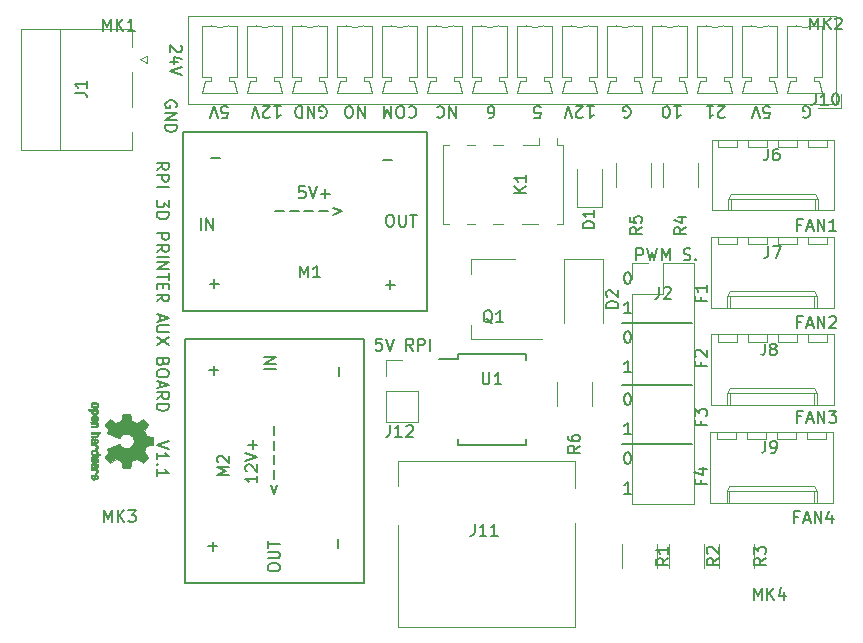
<source format=gto>
G04 #@! TF.GenerationSoftware,KiCad,Pcbnew,(5.1.8)-1*
G04 #@! TF.CreationDate,2021-08-31T14:43:48+02:00*
G04 #@! TF.ProjectId,fanboard3,66616e62-6f61-4726-9433-2e6b69636164,rev?*
G04 #@! TF.SameCoordinates,Original*
G04 #@! TF.FileFunction,Legend,Top*
G04 #@! TF.FilePolarity,Positive*
%FSLAX46Y46*%
G04 Gerber Fmt 4.6, Leading zero omitted, Abs format (unit mm)*
G04 Created by KiCad (PCBNEW (5.1.8)-1) date 2021-08-31 14:43:48*
%MOMM*%
%LPD*%
G01*
G04 APERTURE LIST*
%ADD10C,0.150000*%
%ADD11C,0.152400*%
%ADD12C,0.010000*%
%ADD13C,0.120000*%
%ADD14R,1.800000X2.500000*%
%ADD15R,1.700000X1.700000*%
%ADD16O,1.700000X1.700000*%
%ADD17R,1.800000X3.600000*%
%ADD18O,1.800000X3.600000*%
%ADD19R,2.000000X3.800000*%
%ADD20R,2.000000X1.500000*%
%ADD21R,0.800000X1.800000*%
%ADD22R,1.750000X0.450000*%
%ADD23R,2.500000X2.000000*%
%ADD24R,1.600000X1.000000*%
%ADD25R,1.524000X1.524000*%
%ADD26C,1.524000*%
%ADD27C,1.500000*%
%ADD28C,3.000000*%
%ADD29R,2.000000X2.600000*%
%ADD30O,2.000000X2.600000*%
%ADD31R,3.600000X1.800000*%
%ADD32O,3.600000X1.800000*%
%ADD33C,2.700000*%
G04 APERTURE END LIST*
D10*
X247350000Y-121102380D02*
X247350000Y-120102380D01*
X247730952Y-120102380D01*
X247826190Y-120150000D01*
X247873809Y-120197619D01*
X247921428Y-120292857D01*
X247921428Y-120435714D01*
X247873809Y-120530952D01*
X247826190Y-120578571D01*
X247730952Y-120626190D01*
X247350000Y-120626190D01*
X248254761Y-120102380D02*
X248492857Y-121102380D01*
X248683333Y-120388095D01*
X248873809Y-121102380D01*
X249111904Y-120102380D01*
X249492857Y-121102380D02*
X249492857Y-120102380D01*
X249826190Y-120816666D01*
X250159523Y-120102380D01*
X250159523Y-121102380D01*
X251350000Y-121054761D02*
X251492857Y-121102380D01*
X251730952Y-121102380D01*
X251826190Y-121054761D01*
X251873809Y-121007142D01*
X251921428Y-120911904D01*
X251921428Y-120816666D01*
X251873809Y-120721428D01*
X251826190Y-120673809D01*
X251730952Y-120626190D01*
X251540476Y-120578571D01*
X251445238Y-120530952D01*
X251397619Y-120483333D01*
X251350000Y-120388095D01*
X251350000Y-120292857D01*
X251397619Y-120197619D01*
X251445238Y-120150000D01*
X251540476Y-120102380D01*
X251778571Y-120102380D01*
X251921428Y-120150000D01*
X252350000Y-121007142D02*
X252397619Y-121054761D01*
X252350000Y-121102380D01*
X252302380Y-121054761D01*
X252350000Y-121007142D01*
X252350000Y-121102380D01*
X252778571Y-139733333D02*
X252778571Y-140066666D01*
X253302380Y-140066666D02*
X252302380Y-140066666D01*
X252302380Y-139590476D01*
X252635714Y-138780952D02*
X253302380Y-138780952D01*
X252254761Y-139019047D02*
X252969047Y-139257142D01*
X252969047Y-138638095D01*
X252778571Y-134733333D02*
X252778571Y-135066666D01*
X253302380Y-135066666D02*
X252302380Y-135066666D01*
X252302380Y-134590476D01*
X252302380Y-134304761D02*
X252302380Y-133685714D01*
X252683333Y-134019047D01*
X252683333Y-133876190D01*
X252730952Y-133780952D01*
X252778571Y-133733333D01*
X252873809Y-133685714D01*
X253111904Y-133685714D01*
X253207142Y-133733333D01*
X253254761Y-133780952D01*
X253302380Y-133876190D01*
X253302380Y-134161904D01*
X253254761Y-134257142D01*
X253207142Y-134304761D01*
X252778571Y-129733333D02*
X252778571Y-130066666D01*
X253302380Y-130066666D02*
X252302380Y-130066666D01*
X252302380Y-129590476D01*
X252397619Y-129257142D02*
X252350000Y-129209523D01*
X252302380Y-129114285D01*
X252302380Y-128876190D01*
X252350000Y-128780952D01*
X252397619Y-128733333D01*
X252492857Y-128685714D01*
X252588095Y-128685714D01*
X252730952Y-128733333D01*
X253302380Y-129304761D01*
X253302380Y-128685714D01*
X252778571Y-124233333D02*
X252778571Y-124566666D01*
X253302380Y-124566666D02*
X252302380Y-124566666D01*
X252302380Y-124090476D01*
X253302380Y-123185714D02*
X253302380Y-123757142D01*
X253302380Y-123471428D02*
X252302380Y-123471428D01*
X252445238Y-123566666D01*
X252540476Y-123661904D01*
X252588095Y-123757142D01*
D11*
X246100000Y-136650000D02*
X252100000Y-136650000D01*
X246100000Y-131650000D02*
X252100000Y-131650000D01*
X246100000Y-126400000D02*
X252100000Y-126400000D01*
D10*
X246552380Y-137352380D02*
X246647619Y-137352380D01*
X246742857Y-137400000D01*
X246790476Y-137447619D01*
X246838095Y-137542857D01*
X246885714Y-137733333D01*
X246885714Y-137971428D01*
X246838095Y-138161904D01*
X246790476Y-138257142D01*
X246742857Y-138304761D01*
X246647619Y-138352380D01*
X246552380Y-138352380D01*
X246457142Y-138304761D01*
X246409523Y-138257142D01*
X246361904Y-138161904D01*
X246314285Y-137971428D01*
X246314285Y-137733333D01*
X246361904Y-137542857D01*
X246409523Y-137447619D01*
X246457142Y-137400000D01*
X246552380Y-137352380D01*
X246885714Y-140852380D02*
X246314285Y-140852380D01*
X246600000Y-140852380D02*
X246600000Y-139852380D01*
X246504761Y-139995238D01*
X246409523Y-140090476D01*
X246314285Y-140138095D01*
X246552380Y-132352380D02*
X246647619Y-132352380D01*
X246742857Y-132400000D01*
X246790476Y-132447619D01*
X246838095Y-132542857D01*
X246885714Y-132733333D01*
X246885714Y-132971428D01*
X246838095Y-133161904D01*
X246790476Y-133257142D01*
X246742857Y-133304761D01*
X246647619Y-133352380D01*
X246552380Y-133352380D01*
X246457142Y-133304761D01*
X246409523Y-133257142D01*
X246361904Y-133161904D01*
X246314285Y-132971428D01*
X246314285Y-132733333D01*
X246361904Y-132542857D01*
X246409523Y-132447619D01*
X246457142Y-132400000D01*
X246552380Y-132352380D01*
X246885714Y-135852380D02*
X246314285Y-135852380D01*
X246600000Y-135852380D02*
X246600000Y-134852380D01*
X246504761Y-134995238D01*
X246409523Y-135090476D01*
X246314285Y-135138095D01*
X246552380Y-127102380D02*
X246647619Y-127102380D01*
X246742857Y-127150000D01*
X246790476Y-127197619D01*
X246838095Y-127292857D01*
X246885714Y-127483333D01*
X246885714Y-127721428D01*
X246838095Y-127911904D01*
X246790476Y-128007142D01*
X246742857Y-128054761D01*
X246647619Y-128102380D01*
X246552380Y-128102380D01*
X246457142Y-128054761D01*
X246409523Y-128007142D01*
X246361904Y-127911904D01*
X246314285Y-127721428D01*
X246314285Y-127483333D01*
X246361904Y-127292857D01*
X246409523Y-127197619D01*
X246457142Y-127150000D01*
X246552380Y-127102380D01*
X246885714Y-130602380D02*
X246314285Y-130602380D01*
X246600000Y-130602380D02*
X246600000Y-129602380D01*
X246504761Y-129745238D01*
X246409523Y-129840476D01*
X246314285Y-129888095D01*
X246885714Y-125602380D02*
X246314285Y-125602380D01*
X246600000Y-125602380D02*
X246600000Y-124602380D01*
X246504761Y-124745238D01*
X246409523Y-124840476D01*
X246314285Y-124888095D01*
X246552380Y-122102380D02*
X246647619Y-122102380D01*
X246742857Y-122150000D01*
X246790476Y-122197619D01*
X246838095Y-122292857D01*
X246885714Y-122483333D01*
X246885714Y-122721428D01*
X246838095Y-122911904D01*
X246790476Y-123007142D01*
X246742857Y-123054761D01*
X246647619Y-123102380D01*
X246552380Y-123102380D01*
X246457142Y-123054761D01*
X246409523Y-123007142D01*
X246361904Y-122911904D01*
X246314285Y-122721428D01*
X246314285Y-122483333D01*
X246361904Y-122292857D01*
X246409523Y-122197619D01*
X246457142Y-122150000D01*
X246552380Y-122102380D01*
X232085714Y-108047619D02*
X232085714Y-109047619D01*
X231514285Y-108047619D01*
X231514285Y-109047619D01*
X230466666Y-108142857D02*
X230514285Y-108095238D01*
X230657142Y-108047619D01*
X230752380Y-108047619D01*
X230895238Y-108095238D01*
X230990476Y-108190476D01*
X231038095Y-108285714D01*
X231085714Y-108476190D01*
X231085714Y-108619047D01*
X231038095Y-108809523D01*
X230990476Y-108904761D01*
X230895238Y-109000000D01*
X230752380Y-109047619D01*
X230657142Y-109047619D01*
X230514285Y-109000000D01*
X230466666Y-108952380D01*
X228085714Y-108142857D02*
X228133333Y-108095238D01*
X228276190Y-108047619D01*
X228371428Y-108047619D01*
X228514285Y-108095238D01*
X228609523Y-108190476D01*
X228657142Y-108285714D01*
X228704761Y-108476190D01*
X228704761Y-108619047D01*
X228657142Y-108809523D01*
X228609523Y-108904761D01*
X228514285Y-109000000D01*
X228371428Y-109047619D01*
X228276190Y-109047619D01*
X228133333Y-109000000D01*
X228085714Y-108952380D01*
X227466666Y-109047619D02*
X227276190Y-109047619D01*
X227180952Y-109000000D01*
X227085714Y-108904761D01*
X227038095Y-108714285D01*
X227038095Y-108380952D01*
X227085714Y-108190476D01*
X227180952Y-108095238D01*
X227276190Y-108047619D01*
X227466666Y-108047619D01*
X227561904Y-108095238D01*
X227657142Y-108190476D01*
X227704761Y-108380952D01*
X227704761Y-108714285D01*
X227657142Y-108904761D01*
X227561904Y-109000000D01*
X227466666Y-109047619D01*
X226609523Y-108047619D02*
X226609523Y-109047619D01*
X226276190Y-108333333D01*
X225942857Y-109047619D01*
X225942857Y-108047619D01*
X224359523Y-108047619D02*
X224359523Y-109047619D01*
X223788095Y-108047619D01*
X223788095Y-109047619D01*
X223121428Y-109047619D02*
X222930952Y-109047619D01*
X222835714Y-109000000D01*
X222740476Y-108904761D01*
X222692857Y-108714285D01*
X222692857Y-108380952D01*
X222740476Y-108190476D01*
X222835714Y-108095238D01*
X222930952Y-108047619D01*
X223121428Y-108047619D01*
X223216666Y-108095238D01*
X223311904Y-108190476D01*
X223359523Y-108380952D01*
X223359523Y-108714285D01*
X223311904Y-108904761D01*
X223216666Y-109000000D01*
X223121428Y-109047619D01*
X220561904Y-109000000D02*
X220657142Y-109047619D01*
X220800000Y-109047619D01*
X220942857Y-109000000D01*
X221038095Y-108904761D01*
X221085714Y-108809523D01*
X221133333Y-108619047D01*
X221133333Y-108476190D01*
X221085714Y-108285714D01*
X221038095Y-108190476D01*
X220942857Y-108095238D01*
X220800000Y-108047619D01*
X220704761Y-108047619D01*
X220561904Y-108095238D01*
X220514285Y-108142857D01*
X220514285Y-108476190D01*
X220704761Y-108476190D01*
X220085714Y-108047619D02*
X220085714Y-109047619D01*
X219514285Y-108047619D01*
X219514285Y-109047619D01*
X219038095Y-108047619D02*
X219038095Y-109047619D01*
X218800000Y-109047619D01*
X218657142Y-109000000D01*
X218561904Y-108904761D01*
X218514285Y-108809523D01*
X218466666Y-108619047D01*
X218466666Y-108476190D01*
X218514285Y-108285714D01*
X218561904Y-108190476D01*
X218657142Y-108095238D01*
X218800000Y-108047619D01*
X219038095Y-108047619D01*
X212240476Y-109047619D02*
X212716666Y-109047619D01*
X212764285Y-108571428D01*
X212716666Y-108619047D01*
X212621428Y-108666666D01*
X212383333Y-108666666D01*
X212288095Y-108619047D01*
X212240476Y-108571428D01*
X212192857Y-108476190D01*
X212192857Y-108238095D01*
X212240476Y-108142857D01*
X212288095Y-108095238D01*
X212383333Y-108047619D01*
X212621428Y-108047619D01*
X212716666Y-108095238D01*
X212764285Y-108142857D01*
X211907142Y-109047619D02*
X211573809Y-108047619D01*
X211240476Y-109047619D01*
X216669047Y-108047619D02*
X217240476Y-108047619D01*
X216954761Y-108047619D02*
X216954761Y-109047619D01*
X217050000Y-108904761D01*
X217145238Y-108809523D01*
X217240476Y-108761904D01*
X216288095Y-108952380D02*
X216240476Y-109000000D01*
X216145238Y-109047619D01*
X215907142Y-109047619D01*
X215811904Y-109000000D01*
X215764285Y-108952380D01*
X215716666Y-108857142D01*
X215716666Y-108761904D01*
X215764285Y-108619047D01*
X216335714Y-108047619D01*
X215716666Y-108047619D01*
X215430952Y-109047619D02*
X215097619Y-108047619D01*
X214764285Y-109047619D01*
X225790476Y-127752380D02*
X225314285Y-127752380D01*
X225266666Y-128228571D01*
X225314285Y-128180952D01*
X225409523Y-128133333D01*
X225647619Y-128133333D01*
X225742857Y-128180952D01*
X225790476Y-128228571D01*
X225838095Y-128323809D01*
X225838095Y-128561904D01*
X225790476Y-128657142D01*
X225742857Y-128704761D01*
X225647619Y-128752380D01*
X225409523Y-128752380D01*
X225314285Y-128704761D01*
X225266666Y-128657142D01*
X226123809Y-127752380D02*
X226457142Y-128752380D01*
X226790476Y-127752380D01*
X228457142Y-128752380D02*
X228123809Y-128276190D01*
X227885714Y-128752380D02*
X227885714Y-127752380D01*
X228266666Y-127752380D01*
X228361904Y-127800000D01*
X228409523Y-127847619D01*
X228457142Y-127942857D01*
X228457142Y-128085714D01*
X228409523Y-128180952D01*
X228361904Y-128228571D01*
X228266666Y-128276190D01*
X227885714Y-128276190D01*
X228885714Y-128752380D02*
X228885714Y-127752380D01*
X229266666Y-127752380D01*
X229361904Y-127800000D01*
X229409523Y-127847619D01*
X229457142Y-127942857D01*
X229457142Y-128085714D01*
X229409523Y-128180952D01*
X229361904Y-128228571D01*
X229266666Y-128276190D01*
X228885714Y-128276190D01*
X229885714Y-128752380D02*
X229885714Y-127752380D01*
X208400000Y-108138095D02*
X208447619Y-108042857D01*
X208447619Y-107900000D01*
X208400000Y-107757142D01*
X208304761Y-107661904D01*
X208209523Y-107614285D01*
X208019047Y-107566666D01*
X207876190Y-107566666D01*
X207685714Y-107614285D01*
X207590476Y-107661904D01*
X207495238Y-107757142D01*
X207447619Y-107900000D01*
X207447619Y-107995238D01*
X207495238Y-108138095D01*
X207542857Y-108185714D01*
X207876190Y-108185714D01*
X207876190Y-107995238D01*
X207447619Y-108614285D02*
X208447619Y-108614285D01*
X207447619Y-109185714D01*
X208447619Y-109185714D01*
X207447619Y-109661904D02*
X208447619Y-109661904D01*
X208447619Y-109900000D01*
X208400000Y-110042857D01*
X208304761Y-110138095D01*
X208209523Y-110185714D01*
X208019047Y-110233333D01*
X207876190Y-110233333D01*
X207685714Y-110185714D01*
X207590476Y-110138095D01*
X207495238Y-110042857D01*
X207447619Y-109900000D01*
X207447619Y-109661904D01*
X208752380Y-102909523D02*
X208800000Y-102957142D01*
X208847619Y-103052380D01*
X208847619Y-103290476D01*
X208800000Y-103385714D01*
X208752380Y-103433333D01*
X208657142Y-103480952D01*
X208561904Y-103480952D01*
X208419047Y-103433333D01*
X207847619Y-102861904D01*
X207847619Y-103480952D01*
X208514285Y-104338095D02*
X207847619Y-104338095D01*
X208895238Y-104100000D02*
X208180952Y-103861904D01*
X208180952Y-104480952D01*
X208847619Y-104719047D02*
X207847619Y-105052380D01*
X208847619Y-105385714D01*
X206747619Y-113433333D02*
X207223809Y-113100000D01*
X206747619Y-112861904D02*
X207747619Y-112861904D01*
X207747619Y-113242857D01*
X207700000Y-113338095D01*
X207652380Y-113385714D01*
X207557142Y-113433333D01*
X207414285Y-113433333D01*
X207319047Y-113385714D01*
X207271428Y-113338095D01*
X207223809Y-113242857D01*
X207223809Y-112861904D01*
X206747619Y-113861904D02*
X207747619Y-113861904D01*
X207747619Y-114242857D01*
X207700000Y-114338095D01*
X207652380Y-114385714D01*
X207557142Y-114433333D01*
X207414285Y-114433333D01*
X207319047Y-114385714D01*
X207271428Y-114338095D01*
X207223809Y-114242857D01*
X207223809Y-113861904D01*
X206747619Y-114861904D02*
X207747619Y-114861904D01*
X207747619Y-116004761D02*
X207747619Y-116623809D01*
X207366666Y-116290476D01*
X207366666Y-116433333D01*
X207319047Y-116528571D01*
X207271428Y-116576190D01*
X207176190Y-116623809D01*
X206938095Y-116623809D01*
X206842857Y-116576190D01*
X206795238Y-116528571D01*
X206747619Y-116433333D01*
X206747619Y-116147619D01*
X206795238Y-116052380D01*
X206842857Y-116004761D01*
X206747619Y-117052380D02*
X207747619Y-117052380D01*
X207747619Y-117290476D01*
X207700000Y-117433333D01*
X207604761Y-117528571D01*
X207509523Y-117576190D01*
X207319047Y-117623809D01*
X207176190Y-117623809D01*
X206985714Y-117576190D01*
X206890476Y-117528571D01*
X206795238Y-117433333D01*
X206747619Y-117290476D01*
X206747619Y-117052380D01*
X206747619Y-118814285D02*
X207747619Y-118814285D01*
X207747619Y-119195238D01*
X207700000Y-119290476D01*
X207652380Y-119338095D01*
X207557142Y-119385714D01*
X207414285Y-119385714D01*
X207319047Y-119338095D01*
X207271428Y-119290476D01*
X207223809Y-119195238D01*
X207223809Y-118814285D01*
X206747619Y-120385714D02*
X207223809Y-120052380D01*
X206747619Y-119814285D02*
X207747619Y-119814285D01*
X207747619Y-120195238D01*
X207700000Y-120290476D01*
X207652380Y-120338095D01*
X207557142Y-120385714D01*
X207414285Y-120385714D01*
X207319047Y-120338095D01*
X207271428Y-120290476D01*
X207223809Y-120195238D01*
X207223809Y-119814285D01*
X206747619Y-120814285D02*
X207747619Y-120814285D01*
X206747619Y-121290476D02*
X207747619Y-121290476D01*
X206747619Y-121861904D01*
X207747619Y-121861904D01*
X207747619Y-122195238D02*
X207747619Y-122766666D01*
X206747619Y-122480952D02*
X207747619Y-122480952D01*
X207271428Y-123100000D02*
X207271428Y-123433333D01*
X206747619Y-123576190D02*
X206747619Y-123100000D01*
X207747619Y-123100000D01*
X207747619Y-123576190D01*
X206747619Y-124576190D02*
X207223809Y-124242857D01*
X206747619Y-124004761D02*
X207747619Y-124004761D01*
X207747619Y-124385714D01*
X207700000Y-124480952D01*
X207652380Y-124528571D01*
X207557142Y-124576190D01*
X207414285Y-124576190D01*
X207319047Y-124528571D01*
X207271428Y-124480952D01*
X207223809Y-124385714D01*
X207223809Y-124004761D01*
X207033333Y-125719047D02*
X207033333Y-126195238D01*
X206747619Y-125623809D02*
X207747619Y-125957142D01*
X206747619Y-126290476D01*
X207747619Y-126623809D02*
X206938095Y-126623809D01*
X206842857Y-126671428D01*
X206795238Y-126719047D01*
X206747619Y-126814285D01*
X206747619Y-127004761D01*
X206795238Y-127100000D01*
X206842857Y-127147619D01*
X206938095Y-127195238D01*
X207747619Y-127195238D01*
X207747619Y-127576190D02*
X206747619Y-128242857D01*
X207747619Y-128242857D02*
X206747619Y-127576190D01*
X207271428Y-129719047D02*
X207223809Y-129861904D01*
X207176190Y-129909523D01*
X207080952Y-129957142D01*
X206938095Y-129957142D01*
X206842857Y-129909523D01*
X206795238Y-129861904D01*
X206747619Y-129766666D01*
X206747619Y-129385714D01*
X207747619Y-129385714D01*
X207747619Y-129719047D01*
X207700000Y-129814285D01*
X207652380Y-129861904D01*
X207557142Y-129909523D01*
X207461904Y-129909523D01*
X207366666Y-129861904D01*
X207319047Y-129814285D01*
X207271428Y-129719047D01*
X207271428Y-129385714D01*
X207747619Y-130576190D02*
X207747619Y-130766666D01*
X207700000Y-130861904D01*
X207604761Y-130957142D01*
X207414285Y-131004761D01*
X207080952Y-131004761D01*
X206890476Y-130957142D01*
X206795238Y-130861904D01*
X206747619Y-130766666D01*
X206747619Y-130576190D01*
X206795238Y-130480952D01*
X206890476Y-130385714D01*
X207080952Y-130338095D01*
X207414285Y-130338095D01*
X207604761Y-130385714D01*
X207700000Y-130480952D01*
X207747619Y-130576190D01*
X207033333Y-131385714D02*
X207033333Y-131861904D01*
X206747619Y-131290476D02*
X207747619Y-131623809D01*
X206747619Y-131957142D01*
X206747619Y-132861904D02*
X207223809Y-132528571D01*
X206747619Y-132290476D02*
X207747619Y-132290476D01*
X207747619Y-132671428D01*
X207700000Y-132766666D01*
X207652380Y-132814285D01*
X207557142Y-132861904D01*
X207414285Y-132861904D01*
X207319047Y-132814285D01*
X207271428Y-132766666D01*
X207223809Y-132671428D01*
X207223809Y-132290476D01*
X206747619Y-133290476D02*
X207747619Y-133290476D01*
X207747619Y-133528571D01*
X207700000Y-133671428D01*
X207604761Y-133766666D01*
X207509523Y-133814285D01*
X207319047Y-133861904D01*
X207176190Y-133861904D01*
X206985714Y-133814285D01*
X206890476Y-133766666D01*
X206795238Y-133671428D01*
X206747619Y-133528571D01*
X206747619Y-133290476D01*
X207747619Y-136433333D02*
X206747619Y-136766666D01*
X207747619Y-137100000D01*
X206747619Y-137957142D02*
X206747619Y-137385714D01*
X206747619Y-137671428D02*
X207747619Y-137671428D01*
X207604761Y-137576190D01*
X207509523Y-137480952D01*
X207461904Y-137385714D01*
X206842857Y-138385714D02*
X206795238Y-138433333D01*
X206747619Y-138385714D01*
X206795238Y-138338095D01*
X206842857Y-138385714D01*
X206747619Y-138385714D01*
X206747619Y-139385714D02*
X206747619Y-138814285D01*
X206747619Y-139100000D02*
X207747619Y-139100000D01*
X207604761Y-139004761D01*
X207509523Y-138909523D01*
X207461904Y-138814285D01*
X234859523Y-109047619D02*
X235050000Y-109047619D01*
X235145238Y-109000000D01*
X235192857Y-108952380D01*
X235288095Y-108809523D01*
X235335714Y-108619047D01*
X235335714Y-108238095D01*
X235288095Y-108142857D01*
X235240476Y-108095238D01*
X235145238Y-108047619D01*
X234954761Y-108047619D01*
X234859523Y-108095238D01*
X234811904Y-108142857D01*
X234764285Y-108238095D01*
X234764285Y-108476190D01*
X234811904Y-108571428D01*
X234859523Y-108619047D01*
X234954761Y-108666666D01*
X235145238Y-108666666D01*
X235240476Y-108619047D01*
X235288095Y-108571428D01*
X235335714Y-108476190D01*
X238711904Y-109047619D02*
X239188095Y-109047619D01*
X239235714Y-108571428D01*
X239188095Y-108619047D01*
X239092857Y-108666666D01*
X238854761Y-108666666D01*
X238759523Y-108619047D01*
X238711904Y-108571428D01*
X238664285Y-108476190D01*
X238664285Y-108238095D01*
X238711904Y-108142857D01*
X238759523Y-108095238D01*
X238854761Y-108047619D01*
X239092857Y-108047619D01*
X239188095Y-108095238D01*
X239235714Y-108142857D01*
X243169047Y-108047619D02*
X243740476Y-108047619D01*
X243454761Y-108047619D02*
X243454761Y-109047619D01*
X243550000Y-108904761D01*
X243645238Y-108809523D01*
X243740476Y-108761904D01*
X242788095Y-108952380D02*
X242740476Y-109000000D01*
X242645238Y-109047619D01*
X242407142Y-109047619D01*
X242311904Y-109000000D01*
X242264285Y-108952380D01*
X242216666Y-108857142D01*
X242216666Y-108761904D01*
X242264285Y-108619047D01*
X242835714Y-108047619D01*
X242216666Y-108047619D01*
X241930952Y-109047619D02*
X241597619Y-108047619D01*
X241264285Y-109047619D01*
X246288095Y-109000000D02*
X246383333Y-109047619D01*
X246526190Y-109047619D01*
X246669047Y-109000000D01*
X246764285Y-108904761D01*
X246811904Y-108809523D01*
X246859523Y-108619047D01*
X246859523Y-108476190D01*
X246811904Y-108285714D01*
X246764285Y-108190476D01*
X246669047Y-108095238D01*
X246526190Y-108047619D01*
X246430952Y-108047619D01*
X246288095Y-108095238D01*
X246240476Y-108142857D01*
X246240476Y-108476190D01*
X246430952Y-108476190D01*
X215252380Y-139338095D02*
X215252380Y-139909523D01*
X215252380Y-139623809D02*
X214252380Y-139623809D01*
X214395238Y-139719047D01*
X214490476Y-139814285D01*
X214538095Y-139909523D01*
X214347619Y-138957142D02*
X214300000Y-138909523D01*
X214252380Y-138814285D01*
X214252380Y-138576190D01*
X214300000Y-138480952D01*
X214347619Y-138433333D01*
X214442857Y-138385714D01*
X214538095Y-138385714D01*
X214680952Y-138433333D01*
X215252380Y-139004761D01*
X215252380Y-138385714D01*
X214252380Y-138100000D02*
X215252380Y-137766666D01*
X214252380Y-137433333D01*
X214871428Y-137100000D02*
X214871428Y-136338095D01*
X215252380Y-136719047D02*
X214490476Y-136719047D01*
X219290476Y-114852380D02*
X218814285Y-114852380D01*
X218766666Y-115328571D01*
X218814285Y-115280952D01*
X218909523Y-115233333D01*
X219147619Y-115233333D01*
X219242857Y-115280952D01*
X219290476Y-115328571D01*
X219338095Y-115423809D01*
X219338095Y-115661904D01*
X219290476Y-115757142D01*
X219242857Y-115804761D01*
X219147619Y-115852380D01*
X218909523Y-115852380D01*
X218814285Y-115804761D01*
X218766666Y-115757142D01*
X219623809Y-114852380D02*
X219957142Y-115852380D01*
X220290476Y-114852380D01*
X220623809Y-115471428D02*
X221385714Y-115471428D01*
X221004761Y-115852380D02*
X221004761Y-115090476D01*
X250540476Y-108047619D02*
X251111904Y-108047619D01*
X250826190Y-108047619D02*
X250826190Y-109047619D01*
X250921428Y-108904761D01*
X251016666Y-108809523D01*
X251111904Y-108761904D01*
X249921428Y-109047619D02*
X249826190Y-109047619D01*
X249730952Y-109000000D01*
X249683333Y-108952380D01*
X249635714Y-108857142D01*
X249588095Y-108666666D01*
X249588095Y-108428571D01*
X249635714Y-108238095D01*
X249683333Y-108142857D01*
X249730952Y-108095238D01*
X249826190Y-108047619D01*
X249921428Y-108047619D01*
X250016666Y-108095238D01*
X250064285Y-108142857D01*
X250111904Y-108238095D01*
X250159523Y-108428571D01*
X250159523Y-108666666D01*
X250111904Y-108857142D01*
X250064285Y-108952380D01*
X250016666Y-109000000D01*
X249921428Y-109047619D01*
X254811904Y-108952380D02*
X254764285Y-109000000D01*
X254669047Y-109047619D01*
X254430952Y-109047619D01*
X254335714Y-109000000D01*
X254288095Y-108952380D01*
X254240476Y-108857142D01*
X254240476Y-108761904D01*
X254288095Y-108619047D01*
X254859523Y-108047619D01*
X254240476Y-108047619D01*
X253288095Y-108047619D02*
X253859523Y-108047619D01*
X253573809Y-108047619D02*
X253573809Y-109047619D01*
X253669047Y-108904761D01*
X253764285Y-108809523D01*
X253859523Y-108761904D01*
X258140476Y-109047619D02*
X258616666Y-109047619D01*
X258664285Y-108571428D01*
X258616666Y-108619047D01*
X258521428Y-108666666D01*
X258283333Y-108666666D01*
X258188095Y-108619047D01*
X258140476Y-108571428D01*
X258092857Y-108476190D01*
X258092857Y-108238095D01*
X258140476Y-108142857D01*
X258188095Y-108095238D01*
X258283333Y-108047619D01*
X258521428Y-108047619D01*
X258616666Y-108095238D01*
X258664285Y-108142857D01*
X257807142Y-109047619D02*
X257473809Y-108047619D01*
X257140476Y-109047619D01*
X261488095Y-109000000D02*
X261583333Y-109047619D01*
X261726190Y-109047619D01*
X261869047Y-109000000D01*
X261964285Y-108904761D01*
X262011904Y-108809523D01*
X262059523Y-108619047D01*
X262059523Y-108476190D01*
X262011904Y-108285714D01*
X261964285Y-108190476D01*
X261869047Y-108095238D01*
X261726190Y-108047619D01*
X261630952Y-108047619D01*
X261488095Y-108095238D01*
X261440476Y-108142857D01*
X261440476Y-108476190D01*
X261630952Y-108476190D01*
X261064285Y-142828571D02*
X260730952Y-142828571D01*
X260730952Y-143352380D02*
X260730952Y-142352380D01*
X261207142Y-142352380D01*
X261540476Y-143066666D02*
X262016666Y-143066666D01*
X261445238Y-143352380D02*
X261778571Y-142352380D01*
X262111904Y-143352380D01*
X262445238Y-143352380D02*
X262445238Y-142352380D01*
X263016666Y-143352380D01*
X263016666Y-142352380D01*
X263921428Y-142685714D02*
X263921428Y-143352380D01*
X263683333Y-142304761D02*
X263445238Y-143019047D01*
X264064285Y-143019047D01*
X261314285Y-134328571D02*
X260980952Y-134328571D01*
X260980952Y-134852380D02*
X260980952Y-133852380D01*
X261457142Y-133852380D01*
X261790476Y-134566666D02*
X262266666Y-134566666D01*
X261695238Y-134852380D02*
X262028571Y-133852380D01*
X262361904Y-134852380D01*
X262695238Y-134852380D02*
X262695238Y-133852380D01*
X263266666Y-134852380D01*
X263266666Y-133852380D01*
X263647619Y-133852380D02*
X264266666Y-133852380D01*
X263933333Y-134233333D01*
X264076190Y-134233333D01*
X264171428Y-134280952D01*
X264219047Y-134328571D01*
X264266666Y-134423809D01*
X264266666Y-134661904D01*
X264219047Y-134757142D01*
X264171428Y-134804761D01*
X264076190Y-134852380D01*
X263790476Y-134852380D01*
X263695238Y-134804761D01*
X263647619Y-134757142D01*
X261314285Y-126328571D02*
X260980952Y-126328571D01*
X260980952Y-126852380D02*
X260980952Y-125852380D01*
X261457142Y-125852380D01*
X261790476Y-126566666D02*
X262266666Y-126566666D01*
X261695238Y-126852380D02*
X262028571Y-125852380D01*
X262361904Y-126852380D01*
X262695238Y-126852380D02*
X262695238Y-125852380D01*
X263266666Y-126852380D01*
X263266666Y-125852380D01*
X263695238Y-125947619D02*
X263742857Y-125900000D01*
X263838095Y-125852380D01*
X264076190Y-125852380D01*
X264171428Y-125900000D01*
X264219047Y-125947619D01*
X264266666Y-126042857D01*
X264266666Y-126138095D01*
X264219047Y-126280952D01*
X263647619Y-126852380D01*
X264266666Y-126852380D01*
X261314285Y-118078571D02*
X260980952Y-118078571D01*
X260980952Y-118602380D02*
X260980952Y-117602380D01*
X261457142Y-117602380D01*
X261790476Y-118316666D02*
X262266666Y-118316666D01*
X261695238Y-118602380D02*
X262028571Y-117602380D01*
X262361904Y-118602380D01*
X262695238Y-118602380D02*
X262695238Y-117602380D01*
X263266666Y-118602380D01*
X263266666Y-117602380D01*
X264266666Y-118602380D02*
X263695238Y-118602380D01*
X263980952Y-118602380D02*
X263980952Y-117602380D01*
X263885714Y-117745238D01*
X263790476Y-117840476D01*
X263695238Y-117888095D01*
D12*
G36*
X206457652Y-136503910D02*
G01*
X206457222Y-136582454D01*
X206456058Y-136639298D01*
X206453793Y-136678105D01*
X206450060Y-136702538D01*
X206444494Y-136716262D01*
X206436727Y-136722940D01*
X206426395Y-136726236D01*
X206425057Y-136726556D01*
X206400921Y-136731562D01*
X206353299Y-136740829D01*
X206287259Y-136753392D01*
X206207872Y-136768287D01*
X206120204Y-136784551D01*
X206117125Y-136785119D01*
X206031211Y-136801410D01*
X205955304Y-136816652D01*
X205893955Y-136829861D01*
X205851718Y-136840054D01*
X205833145Y-136846248D01*
X205832816Y-136846543D01*
X205823747Y-136864788D01*
X205808633Y-136902405D01*
X205790738Y-136951271D01*
X205790642Y-136951543D01*
X205767507Y-137013093D01*
X205738035Y-137085657D01*
X205708403Y-137154057D01*
X205706938Y-137157294D01*
X205656374Y-137268702D01*
X205824840Y-137515399D01*
X205876197Y-137591077D01*
X205922111Y-137659631D01*
X205959970Y-137717088D01*
X205987163Y-137759476D01*
X206001079Y-137782825D01*
X206002111Y-137785042D01*
X205997516Y-137802010D01*
X205975345Y-137833701D01*
X205934553Y-137881352D01*
X205874095Y-137946198D01*
X205809773Y-138012397D01*
X205746388Y-138076214D01*
X205688549Y-138133329D01*
X205639825Y-138180305D01*
X205603790Y-138213703D01*
X205584016Y-138230085D01*
X205582998Y-138230694D01*
X205569428Y-138232505D01*
X205547267Y-138225683D01*
X205513522Y-138208540D01*
X205465200Y-138179393D01*
X205399308Y-138136555D01*
X205314483Y-138079448D01*
X205239823Y-138028766D01*
X205172860Y-137983461D01*
X205117484Y-137946150D01*
X205077580Y-137919452D01*
X205057038Y-137905985D01*
X205055644Y-137905137D01*
X205035962Y-137906781D01*
X204997707Y-137919245D01*
X204948111Y-137940048D01*
X204932272Y-137947462D01*
X204861710Y-137979814D01*
X204781647Y-138014328D01*
X204712371Y-138042365D01*
X204660955Y-138062568D01*
X204621881Y-138078615D01*
X204601459Y-138087888D01*
X204599886Y-138089041D01*
X204597279Y-138106096D01*
X204590137Y-138146298D01*
X204579477Y-138204302D01*
X204566315Y-138274763D01*
X204551667Y-138352335D01*
X204536551Y-138431672D01*
X204521982Y-138507431D01*
X204508978Y-138574264D01*
X204498555Y-138626828D01*
X204491730Y-138659776D01*
X204489801Y-138667857D01*
X204485038Y-138676205D01*
X204474282Y-138682506D01*
X204453902Y-138687045D01*
X204420266Y-138690104D01*
X204369745Y-138691967D01*
X204298708Y-138692918D01*
X204203524Y-138693240D01*
X204164508Y-138693257D01*
X203847201Y-138693257D01*
X203832161Y-138617057D01*
X203824005Y-138574663D01*
X203812101Y-138511400D01*
X203797884Y-138434962D01*
X203782790Y-138353043D01*
X203778645Y-138330400D01*
X203763947Y-138254806D01*
X203749495Y-138188953D01*
X203736625Y-138138366D01*
X203726678Y-138108574D01*
X203723713Y-138103612D01*
X203702717Y-138091426D01*
X203662033Y-138073953D01*
X203609678Y-138054577D01*
X203598400Y-138050734D01*
X203528477Y-138025339D01*
X203449582Y-137993817D01*
X203378734Y-137962969D01*
X203378405Y-137962817D01*
X203267267Y-137911447D01*
X203018747Y-138080399D01*
X202770228Y-138249352D01*
X202552942Y-138032429D01*
X202488274Y-137966819D01*
X202431267Y-137906979D01*
X202384967Y-137856267D01*
X202352416Y-137818046D01*
X202336657Y-137795675D01*
X202335657Y-137792466D01*
X202343531Y-137773626D01*
X202365422Y-137735180D01*
X202398733Y-137681330D01*
X202440869Y-137616276D01*
X202488057Y-137545940D01*
X202536190Y-137474555D01*
X202578072Y-137410908D01*
X202611129Y-137359041D01*
X202632782Y-137322995D01*
X202640457Y-137306867D01*
X202633963Y-137287189D01*
X202616850Y-137249875D01*
X202592674Y-137202621D01*
X202589987Y-137197612D01*
X202558073Y-137133977D01*
X202542421Y-137090341D01*
X202542255Y-137063202D01*
X202556796Y-137049057D01*
X202557000Y-137048975D01*
X202574221Y-137041905D01*
X202615101Y-137025042D01*
X202676475Y-136999695D01*
X202755181Y-136967171D01*
X202848053Y-136928778D01*
X202951928Y-136885822D01*
X203052498Y-136844222D01*
X203163484Y-136798504D01*
X203266297Y-136756526D01*
X203357785Y-136719548D01*
X203434799Y-136688827D01*
X203494185Y-136665622D01*
X203532791Y-136651190D01*
X203547200Y-136646743D01*
X203563728Y-136657896D01*
X203590070Y-136687069D01*
X203619113Y-136725971D01*
X203710961Y-136836757D01*
X203816241Y-136923351D01*
X203932734Y-136984716D01*
X204058224Y-137019815D01*
X204190493Y-137027608D01*
X204251543Y-137021943D01*
X204378205Y-136991078D01*
X204490059Y-136937920D01*
X204585999Y-136865767D01*
X204664924Y-136777917D01*
X204725730Y-136677665D01*
X204767313Y-136568310D01*
X204788572Y-136453147D01*
X204788401Y-136335475D01*
X204765699Y-136218590D01*
X204719362Y-136105789D01*
X204648287Y-136000369D01*
X204608089Y-135956368D01*
X204504871Y-135871979D01*
X204392075Y-135813222D01*
X204272990Y-135779704D01*
X204150905Y-135771035D01*
X204029107Y-135786823D01*
X203910884Y-135826678D01*
X203799525Y-135890207D01*
X203698316Y-135977021D01*
X203619113Y-136074029D01*
X203588838Y-136114437D01*
X203562781Y-136142982D01*
X203547175Y-136153257D01*
X203530157Y-136147877D01*
X203489500Y-136132575D01*
X203428358Y-136108612D01*
X203349881Y-136077244D01*
X203257220Y-136039732D01*
X203153528Y-135997333D01*
X203052474Y-135955663D01*
X202941393Y-135909690D01*
X202838459Y-135867107D01*
X202746835Y-135829221D01*
X202669684Y-135797340D01*
X202610169Y-135772771D01*
X202571456Y-135756820D01*
X202557000Y-135750910D01*
X202542315Y-135736948D01*
X202542358Y-135709940D01*
X202557901Y-135666413D01*
X202589716Y-135602890D01*
X202589987Y-135602388D01*
X202614677Y-135554560D01*
X202632662Y-135515897D01*
X202640386Y-135494095D01*
X202640457Y-135493133D01*
X202632622Y-135476721D01*
X202610835Y-135440487D01*
X202577672Y-135388474D01*
X202535709Y-135324725D01*
X202488057Y-135254060D01*
X202439809Y-135182116D01*
X202397849Y-135117274D01*
X202364773Y-135063735D01*
X202343179Y-135025697D01*
X202335657Y-135007533D01*
X202345543Y-134990808D01*
X202373174Y-134957180D01*
X202415505Y-134910010D01*
X202469495Y-134852658D01*
X202532101Y-134788484D01*
X202553017Y-134767497D01*
X202770377Y-134550499D01*
X203012780Y-134715668D01*
X203087219Y-134765864D01*
X203154028Y-134809919D01*
X203209335Y-134845362D01*
X203249271Y-134869719D01*
X203269964Y-134880522D01*
X203271437Y-134880838D01*
X203290942Y-134875143D01*
X203330178Y-134859826D01*
X203382570Y-134837537D01*
X203417645Y-134821893D01*
X203484799Y-134792641D01*
X203552642Y-134765094D01*
X203609966Y-134743737D01*
X203627428Y-134737935D01*
X203674062Y-134721452D01*
X203710095Y-134705340D01*
X203723713Y-134696490D01*
X203732048Y-134676960D01*
X203743863Y-134634334D01*
X203757819Y-134574145D01*
X203772578Y-134501922D01*
X203778645Y-134469600D01*
X203793727Y-134387522D01*
X203808331Y-134308795D01*
X203821020Y-134241109D01*
X203830358Y-134192160D01*
X203832161Y-134182943D01*
X203847201Y-134106743D01*
X204164508Y-134106743D01*
X204268846Y-134106914D01*
X204347787Y-134107616D01*
X204404962Y-134109134D01*
X204444001Y-134111749D01*
X204468535Y-134115746D01*
X204482195Y-134121409D01*
X204488611Y-134129020D01*
X204489801Y-134132143D01*
X204494020Y-134150978D01*
X204502438Y-134192588D01*
X204514039Y-134251630D01*
X204527805Y-134322757D01*
X204542720Y-134400625D01*
X204557768Y-134479887D01*
X204571931Y-134555198D01*
X204584194Y-134621213D01*
X204593539Y-134672587D01*
X204598950Y-134703975D01*
X204599886Y-134710959D01*
X204612404Y-134717285D01*
X204645754Y-134731290D01*
X204693623Y-134750355D01*
X204712371Y-134757634D01*
X204784805Y-134786996D01*
X204864830Y-134821571D01*
X204932272Y-134852537D01*
X204983841Y-134875323D01*
X205026215Y-134890482D01*
X205052166Y-134895542D01*
X205055644Y-134894736D01*
X205072064Y-134884041D01*
X205108583Y-134859620D01*
X205161313Y-134824095D01*
X205226365Y-134780087D01*
X205299849Y-134730217D01*
X205314355Y-134720356D01*
X205400296Y-134662492D01*
X205465739Y-134619956D01*
X205513696Y-134591054D01*
X205547180Y-134574090D01*
X205569205Y-134567367D01*
X205582783Y-134569190D01*
X205582869Y-134569236D01*
X205600703Y-134583586D01*
X205635183Y-134615323D01*
X205682732Y-134661010D01*
X205739778Y-134717204D01*
X205802745Y-134780468D01*
X205809773Y-134787602D01*
X205886980Y-134867330D01*
X205943670Y-134928857D01*
X205980890Y-134973421D01*
X205999685Y-135002257D01*
X206002111Y-135014958D01*
X205991529Y-135033494D01*
X205967084Y-135071961D01*
X205931388Y-135126386D01*
X205887053Y-135192798D01*
X205836689Y-135267225D01*
X205824840Y-135284601D01*
X205656374Y-135531297D01*
X205706938Y-135642706D01*
X205736405Y-135710457D01*
X205766041Y-135783183D01*
X205789670Y-135845703D01*
X205790642Y-135848457D01*
X205808543Y-135897360D01*
X205823680Y-135935057D01*
X205832790Y-135953425D01*
X205832816Y-135953456D01*
X205849283Y-135959285D01*
X205889781Y-135969192D01*
X205949758Y-135982195D01*
X206024660Y-135997309D01*
X206109936Y-136013552D01*
X206117125Y-136014881D01*
X206204986Y-136031175D01*
X206284740Y-136046133D01*
X206351319Y-136058791D01*
X206399653Y-136068186D01*
X206424675Y-136073354D01*
X206425057Y-136073444D01*
X206435701Y-136076589D01*
X206443738Y-136082704D01*
X206449533Y-136095453D01*
X206453453Y-136118500D01*
X206455865Y-136155509D01*
X206457135Y-136210144D01*
X206457629Y-136286067D01*
X206457714Y-136386944D01*
X206457714Y-136400000D01*
X206457652Y-136503910D01*
G37*
X206457652Y-136503910D02*
X206457222Y-136582454D01*
X206456058Y-136639298D01*
X206453793Y-136678105D01*
X206450060Y-136702538D01*
X206444494Y-136716262D01*
X206436727Y-136722940D01*
X206426395Y-136726236D01*
X206425057Y-136726556D01*
X206400921Y-136731562D01*
X206353299Y-136740829D01*
X206287259Y-136753392D01*
X206207872Y-136768287D01*
X206120204Y-136784551D01*
X206117125Y-136785119D01*
X206031211Y-136801410D01*
X205955304Y-136816652D01*
X205893955Y-136829861D01*
X205851718Y-136840054D01*
X205833145Y-136846248D01*
X205832816Y-136846543D01*
X205823747Y-136864788D01*
X205808633Y-136902405D01*
X205790738Y-136951271D01*
X205790642Y-136951543D01*
X205767507Y-137013093D01*
X205738035Y-137085657D01*
X205708403Y-137154057D01*
X205706938Y-137157294D01*
X205656374Y-137268702D01*
X205824840Y-137515399D01*
X205876197Y-137591077D01*
X205922111Y-137659631D01*
X205959970Y-137717088D01*
X205987163Y-137759476D01*
X206001079Y-137782825D01*
X206002111Y-137785042D01*
X205997516Y-137802010D01*
X205975345Y-137833701D01*
X205934553Y-137881352D01*
X205874095Y-137946198D01*
X205809773Y-138012397D01*
X205746388Y-138076214D01*
X205688549Y-138133329D01*
X205639825Y-138180305D01*
X205603790Y-138213703D01*
X205584016Y-138230085D01*
X205582998Y-138230694D01*
X205569428Y-138232505D01*
X205547267Y-138225683D01*
X205513522Y-138208540D01*
X205465200Y-138179393D01*
X205399308Y-138136555D01*
X205314483Y-138079448D01*
X205239823Y-138028766D01*
X205172860Y-137983461D01*
X205117484Y-137946150D01*
X205077580Y-137919452D01*
X205057038Y-137905985D01*
X205055644Y-137905137D01*
X205035962Y-137906781D01*
X204997707Y-137919245D01*
X204948111Y-137940048D01*
X204932272Y-137947462D01*
X204861710Y-137979814D01*
X204781647Y-138014328D01*
X204712371Y-138042365D01*
X204660955Y-138062568D01*
X204621881Y-138078615D01*
X204601459Y-138087888D01*
X204599886Y-138089041D01*
X204597279Y-138106096D01*
X204590137Y-138146298D01*
X204579477Y-138204302D01*
X204566315Y-138274763D01*
X204551667Y-138352335D01*
X204536551Y-138431672D01*
X204521982Y-138507431D01*
X204508978Y-138574264D01*
X204498555Y-138626828D01*
X204491730Y-138659776D01*
X204489801Y-138667857D01*
X204485038Y-138676205D01*
X204474282Y-138682506D01*
X204453902Y-138687045D01*
X204420266Y-138690104D01*
X204369745Y-138691967D01*
X204298708Y-138692918D01*
X204203524Y-138693240D01*
X204164508Y-138693257D01*
X203847201Y-138693257D01*
X203832161Y-138617057D01*
X203824005Y-138574663D01*
X203812101Y-138511400D01*
X203797884Y-138434962D01*
X203782790Y-138353043D01*
X203778645Y-138330400D01*
X203763947Y-138254806D01*
X203749495Y-138188953D01*
X203736625Y-138138366D01*
X203726678Y-138108574D01*
X203723713Y-138103612D01*
X203702717Y-138091426D01*
X203662033Y-138073953D01*
X203609678Y-138054577D01*
X203598400Y-138050734D01*
X203528477Y-138025339D01*
X203449582Y-137993817D01*
X203378734Y-137962969D01*
X203378405Y-137962817D01*
X203267267Y-137911447D01*
X203018747Y-138080399D01*
X202770228Y-138249352D01*
X202552942Y-138032429D01*
X202488274Y-137966819D01*
X202431267Y-137906979D01*
X202384967Y-137856267D01*
X202352416Y-137818046D01*
X202336657Y-137795675D01*
X202335657Y-137792466D01*
X202343531Y-137773626D01*
X202365422Y-137735180D01*
X202398733Y-137681330D01*
X202440869Y-137616276D01*
X202488057Y-137545940D01*
X202536190Y-137474555D01*
X202578072Y-137410908D01*
X202611129Y-137359041D01*
X202632782Y-137322995D01*
X202640457Y-137306867D01*
X202633963Y-137287189D01*
X202616850Y-137249875D01*
X202592674Y-137202621D01*
X202589987Y-137197612D01*
X202558073Y-137133977D01*
X202542421Y-137090341D01*
X202542255Y-137063202D01*
X202556796Y-137049057D01*
X202557000Y-137048975D01*
X202574221Y-137041905D01*
X202615101Y-137025042D01*
X202676475Y-136999695D01*
X202755181Y-136967171D01*
X202848053Y-136928778D01*
X202951928Y-136885822D01*
X203052498Y-136844222D01*
X203163484Y-136798504D01*
X203266297Y-136756526D01*
X203357785Y-136719548D01*
X203434799Y-136688827D01*
X203494185Y-136665622D01*
X203532791Y-136651190D01*
X203547200Y-136646743D01*
X203563728Y-136657896D01*
X203590070Y-136687069D01*
X203619113Y-136725971D01*
X203710961Y-136836757D01*
X203816241Y-136923351D01*
X203932734Y-136984716D01*
X204058224Y-137019815D01*
X204190493Y-137027608D01*
X204251543Y-137021943D01*
X204378205Y-136991078D01*
X204490059Y-136937920D01*
X204585999Y-136865767D01*
X204664924Y-136777917D01*
X204725730Y-136677665D01*
X204767313Y-136568310D01*
X204788572Y-136453147D01*
X204788401Y-136335475D01*
X204765699Y-136218590D01*
X204719362Y-136105789D01*
X204648287Y-136000369D01*
X204608089Y-135956368D01*
X204504871Y-135871979D01*
X204392075Y-135813222D01*
X204272990Y-135779704D01*
X204150905Y-135771035D01*
X204029107Y-135786823D01*
X203910884Y-135826678D01*
X203799525Y-135890207D01*
X203698316Y-135977021D01*
X203619113Y-136074029D01*
X203588838Y-136114437D01*
X203562781Y-136142982D01*
X203547175Y-136153257D01*
X203530157Y-136147877D01*
X203489500Y-136132575D01*
X203428358Y-136108612D01*
X203349881Y-136077244D01*
X203257220Y-136039732D01*
X203153528Y-135997333D01*
X203052474Y-135955663D01*
X202941393Y-135909690D01*
X202838459Y-135867107D01*
X202746835Y-135829221D01*
X202669684Y-135797340D01*
X202610169Y-135772771D01*
X202571456Y-135756820D01*
X202557000Y-135750910D01*
X202542315Y-135736948D01*
X202542358Y-135709940D01*
X202557901Y-135666413D01*
X202589716Y-135602890D01*
X202589987Y-135602388D01*
X202614677Y-135554560D01*
X202632662Y-135515897D01*
X202640386Y-135494095D01*
X202640457Y-135493133D01*
X202632622Y-135476721D01*
X202610835Y-135440487D01*
X202577672Y-135388474D01*
X202535709Y-135324725D01*
X202488057Y-135254060D01*
X202439809Y-135182116D01*
X202397849Y-135117274D01*
X202364773Y-135063735D01*
X202343179Y-135025697D01*
X202335657Y-135007533D01*
X202345543Y-134990808D01*
X202373174Y-134957180D01*
X202415505Y-134910010D01*
X202469495Y-134852658D01*
X202532101Y-134788484D01*
X202553017Y-134767497D01*
X202770377Y-134550499D01*
X203012780Y-134715668D01*
X203087219Y-134765864D01*
X203154028Y-134809919D01*
X203209335Y-134845362D01*
X203249271Y-134869719D01*
X203269964Y-134880522D01*
X203271437Y-134880838D01*
X203290942Y-134875143D01*
X203330178Y-134859826D01*
X203382570Y-134837537D01*
X203417645Y-134821893D01*
X203484799Y-134792641D01*
X203552642Y-134765094D01*
X203609966Y-134743737D01*
X203627428Y-134737935D01*
X203674062Y-134721452D01*
X203710095Y-134705340D01*
X203723713Y-134696490D01*
X203732048Y-134676960D01*
X203743863Y-134634334D01*
X203757819Y-134574145D01*
X203772578Y-134501922D01*
X203778645Y-134469600D01*
X203793727Y-134387522D01*
X203808331Y-134308795D01*
X203821020Y-134241109D01*
X203830358Y-134192160D01*
X203832161Y-134182943D01*
X203847201Y-134106743D01*
X204164508Y-134106743D01*
X204268846Y-134106914D01*
X204347787Y-134107616D01*
X204404962Y-134109134D01*
X204444001Y-134111749D01*
X204468535Y-134115746D01*
X204482195Y-134121409D01*
X204488611Y-134129020D01*
X204489801Y-134132143D01*
X204494020Y-134150978D01*
X204502438Y-134192588D01*
X204514039Y-134251630D01*
X204527805Y-134322757D01*
X204542720Y-134400625D01*
X204557768Y-134479887D01*
X204571931Y-134555198D01*
X204584194Y-134621213D01*
X204593539Y-134672587D01*
X204598950Y-134703975D01*
X204599886Y-134710959D01*
X204612404Y-134717285D01*
X204645754Y-134731290D01*
X204693623Y-134750355D01*
X204712371Y-134757634D01*
X204784805Y-134786996D01*
X204864830Y-134821571D01*
X204932272Y-134852537D01*
X204983841Y-134875323D01*
X205026215Y-134890482D01*
X205052166Y-134895542D01*
X205055644Y-134894736D01*
X205072064Y-134884041D01*
X205108583Y-134859620D01*
X205161313Y-134824095D01*
X205226365Y-134780087D01*
X205299849Y-134730217D01*
X205314355Y-134720356D01*
X205400296Y-134662492D01*
X205465739Y-134619956D01*
X205513696Y-134591054D01*
X205547180Y-134574090D01*
X205569205Y-134567367D01*
X205582783Y-134569190D01*
X205582869Y-134569236D01*
X205600703Y-134583586D01*
X205635183Y-134615323D01*
X205682732Y-134661010D01*
X205739778Y-134717204D01*
X205802745Y-134780468D01*
X205809773Y-134787602D01*
X205886980Y-134867330D01*
X205943670Y-134928857D01*
X205980890Y-134973421D01*
X205999685Y-135002257D01*
X206002111Y-135014958D01*
X205991529Y-135033494D01*
X205967084Y-135071961D01*
X205931388Y-135126386D01*
X205887053Y-135192798D01*
X205836689Y-135267225D01*
X205824840Y-135284601D01*
X205656374Y-135531297D01*
X205706938Y-135642706D01*
X205736405Y-135710457D01*
X205766041Y-135783183D01*
X205789670Y-135845703D01*
X205790642Y-135848457D01*
X205808543Y-135897360D01*
X205823680Y-135935057D01*
X205832790Y-135953425D01*
X205832816Y-135953456D01*
X205849283Y-135959285D01*
X205889781Y-135969192D01*
X205949758Y-135982195D01*
X206024660Y-135997309D01*
X206109936Y-136013552D01*
X206117125Y-136014881D01*
X206204986Y-136031175D01*
X206284740Y-136046133D01*
X206351319Y-136058791D01*
X206399653Y-136068186D01*
X206424675Y-136073354D01*
X206425057Y-136073444D01*
X206435701Y-136076589D01*
X206443738Y-136082704D01*
X206449533Y-136095453D01*
X206453453Y-136118500D01*
X206455865Y-136155509D01*
X206457135Y-136210144D01*
X206457629Y-136286067D01*
X206457714Y-136386944D01*
X206457714Y-136400000D01*
X206457652Y-136503910D01*
G36*
X201733034Y-139553595D02*
G01*
X201695503Y-139611021D01*
X201661904Y-139638719D01*
X201600936Y-139660662D01*
X201552692Y-139662405D01*
X201488184Y-139658457D01*
X201423066Y-139509686D01*
X201389798Y-139437349D01*
X201363036Y-139390084D01*
X201339856Y-139365507D01*
X201317333Y-139361237D01*
X201292545Y-139374889D01*
X201276114Y-139389943D01*
X201249765Y-139433746D01*
X201247919Y-139481389D01*
X201268454Y-139525145D01*
X201309248Y-139557289D01*
X201323653Y-139563038D01*
X201368644Y-139590576D01*
X201387818Y-139622258D01*
X201404221Y-139665714D01*
X201342034Y-139665714D01*
X201299717Y-139661872D01*
X201264031Y-139646823D01*
X201223057Y-139615280D01*
X201217733Y-139610592D01*
X201181280Y-139575506D01*
X201161717Y-139545347D01*
X201152717Y-139507615D01*
X201149770Y-139476335D01*
X201149035Y-139420385D01*
X201158340Y-139380555D01*
X201172154Y-139355708D01*
X201202533Y-139316656D01*
X201235387Y-139289625D01*
X201276706Y-139272517D01*
X201332479Y-139263238D01*
X201408695Y-139259693D01*
X201447378Y-139259410D01*
X201493753Y-139260372D01*
X201493753Y-139348007D01*
X201468874Y-139349023D01*
X201464800Y-139351556D01*
X201470335Y-139368274D01*
X201484983Y-139404249D01*
X201505810Y-139452331D01*
X201510286Y-139462386D01*
X201541186Y-139523152D01*
X201568343Y-139556632D01*
X201593780Y-139563990D01*
X201619519Y-139546391D01*
X201630891Y-139531856D01*
X201653636Y-139479410D01*
X201649878Y-139430322D01*
X201622116Y-139389227D01*
X201572848Y-139360758D01*
X201533743Y-139351631D01*
X201493753Y-139348007D01*
X201493753Y-139260372D01*
X201537751Y-139261285D01*
X201604616Y-139268196D01*
X201653305Y-139281884D01*
X201689151Y-139304096D01*
X201717487Y-139336574D01*
X201726645Y-139350733D01*
X201750493Y-139415053D01*
X201751994Y-139485473D01*
X201733034Y-139553595D01*
G37*
X201733034Y-139553595D02*
X201695503Y-139611021D01*
X201661904Y-139638719D01*
X201600936Y-139660662D01*
X201552692Y-139662405D01*
X201488184Y-139658457D01*
X201423066Y-139509686D01*
X201389798Y-139437349D01*
X201363036Y-139390084D01*
X201339856Y-139365507D01*
X201317333Y-139361237D01*
X201292545Y-139374889D01*
X201276114Y-139389943D01*
X201249765Y-139433746D01*
X201247919Y-139481389D01*
X201268454Y-139525145D01*
X201309248Y-139557289D01*
X201323653Y-139563038D01*
X201368644Y-139590576D01*
X201387818Y-139622258D01*
X201404221Y-139665714D01*
X201342034Y-139665714D01*
X201299717Y-139661872D01*
X201264031Y-139646823D01*
X201223057Y-139615280D01*
X201217733Y-139610592D01*
X201181280Y-139575506D01*
X201161717Y-139545347D01*
X201152717Y-139507615D01*
X201149770Y-139476335D01*
X201149035Y-139420385D01*
X201158340Y-139380555D01*
X201172154Y-139355708D01*
X201202533Y-139316656D01*
X201235387Y-139289625D01*
X201276706Y-139272517D01*
X201332479Y-139263238D01*
X201408695Y-139259693D01*
X201447378Y-139259410D01*
X201493753Y-139260372D01*
X201493753Y-139348007D01*
X201468874Y-139349023D01*
X201464800Y-139351556D01*
X201470335Y-139368274D01*
X201484983Y-139404249D01*
X201505810Y-139452331D01*
X201510286Y-139462386D01*
X201541186Y-139523152D01*
X201568343Y-139556632D01*
X201593780Y-139563990D01*
X201619519Y-139546391D01*
X201630891Y-139531856D01*
X201653636Y-139479410D01*
X201649878Y-139430322D01*
X201622116Y-139389227D01*
X201572848Y-139360758D01*
X201533743Y-139351631D01*
X201493753Y-139348007D01*
X201493753Y-139260372D01*
X201537751Y-139261285D01*
X201604616Y-139268196D01*
X201653305Y-139281884D01*
X201689151Y-139304096D01*
X201717487Y-139336574D01*
X201726645Y-139350733D01*
X201750493Y-139415053D01*
X201751994Y-139485473D01*
X201733034Y-139553595D01*
G36*
X201741248Y-139052600D02*
G01*
X201733666Y-139069948D01*
X201700872Y-139111356D01*
X201653453Y-139146765D01*
X201602849Y-139168664D01*
X201577902Y-139172229D01*
X201543073Y-139160279D01*
X201524643Y-139134067D01*
X201513484Y-139105964D01*
X201511428Y-139093095D01*
X201526351Y-139086829D01*
X201558825Y-139074456D01*
X201573498Y-139069028D01*
X201624256Y-139038590D01*
X201649573Y-138994520D01*
X201648794Y-138938010D01*
X201647797Y-138933825D01*
X201633493Y-138903655D01*
X201605607Y-138881476D01*
X201560713Y-138866327D01*
X201495385Y-138857250D01*
X201406196Y-138853286D01*
X201358739Y-138852914D01*
X201283929Y-138852730D01*
X201232931Y-138851522D01*
X201200529Y-138848309D01*
X201181505Y-138842109D01*
X201170644Y-138831940D01*
X201162728Y-138816819D01*
X201162330Y-138815946D01*
X201150019Y-138786828D01*
X201145486Y-138772403D01*
X201159191Y-138770186D01*
X201197075Y-138768289D01*
X201254285Y-138766847D01*
X201325973Y-138765998D01*
X201378435Y-138765829D01*
X201479953Y-138766692D01*
X201556968Y-138770070D01*
X201613977Y-138777142D01*
X201655474Y-138789088D01*
X201685957Y-138807090D01*
X201709920Y-138832327D01*
X201726645Y-138857247D01*
X201748903Y-138917171D01*
X201753924Y-138986911D01*
X201741248Y-139052600D01*
G37*
X201741248Y-139052600D02*
X201733666Y-139069948D01*
X201700872Y-139111356D01*
X201653453Y-139146765D01*
X201602849Y-139168664D01*
X201577902Y-139172229D01*
X201543073Y-139160279D01*
X201524643Y-139134067D01*
X201513484Y-139105964D01*
X201511428Y-139093095D01*
X201526351Y-139086829D01*
X201558825Y-139074456D01*
X201573498Y-139069028D01*
X201624256Y-139038590D01*
X201649573Y-138994520D01*
X201648794Y-138938010D01*
X201647797Y-138933825D01*
X201633493Y-138903655D01*
X201605607Y-138881476D01*
X201560713Y-138866327D01*
X201495385Y-138857250D01*
X201406196Y-138853286D01*
X201358739Y-138852914D01*
X201283929Y-138852730D01*
X201232931Y-138851522D01*
X201200529Y-138848309D01*
X201181505Y-138842109D01*
X201170644Y-138831940D01*
X201162728Y-138816819D01*
X201162330Y-138815946D01*
X201150019Y-138786828D01*
X201145486Y-138772403D01*
X201159191Y-138770186D01*
X201197075Y-138768289D01*
X201254285Y-138766847D01*
X201325973Y-138765998D01*
X201378435Y-138765829D01*
X201479953Y-138766692D01*
X201556968Y-138770070D01*
X201613977Y-138777142D01*
X201655474Y-138789088D01*
X201685957Y-138807090D01*
X201709920Y-138832327D01*
X201726645Y-138857247D01*
X201748903Y-138917171D01*
X201753924Y-138986911D01*
X201741248Y-139052600D01*
G36*
X201743665Y-138544876D02*
G01*
X201724656Y-138586667D01*
X201701622Y-138619469D01*
X201675867Y-138643503D01*
X201642642Y-138660097D01*
X201597200Y-138670577D01*
X201534793Y-138676271D01*
X201450673Y-138678507D01*
X201395279Y-138678743D01*
X201179174Y-138678743D01*
X201162330Y-138641774D01*
X201150019Y-138612656D01*
X201145486Y-138598231D01*
X201158975Y-138595472D01*
X201195347Y-138593282D01*
X201248458Y-138591942D01*
X201290628Y-138591657D01*
X201351553Y-138590434D01*
X201399885Y-138587136D01*
X201429482Y-138582321D01*
X201435771Y-138578496D01*
X201429348Y-138552783D01*
X201412875Y-138512418D01*
X201390542Y-138465679D01*
X201366543Y-138420845D01*
X201345070Y-138386193D01*
X201330315Y-138370002D01*
X201330155Y-138369938D01*
X201302848Y-138371330D01*
X201276781Y-138383818D01*
X201255608Y-138405743D01*
X201248526Y-138437743D01*
X201249351Y-138465092D01*
X201249958Y-138503826D01*
X201240884Y-138524158D01*
X201216908Y-138536369D01*
X201212387Y-138537909D01*
X201178194Y-138543203D01*
X201157432Y-138529047D01*
X201147538Y-138492148D01*
X201145708Y-138452289D01*
X201159273Y-138380562D01*
X201178645Y-138343432D01*
X201224155Y-138297576D01*
X201280017Y-138273256D01*
X201339043Y-138271073D01*
X201394047Y-138291629D01*
X201428514Y-138322549D01*
X201447811Y-138353420D01*
X201472241Y-138401942D01*
X201497015Y-138458485D01*
X201500801Y-138467910D01*
X201528209Y-138530019D01*
X201552366Y-138565822D01*
X201576381Y-138577337D01*
X201603365Y-138566580D01*
X201624457Y-138548114D01*
X201650428Y-138504469D01*
X201652376Y-138456446D01*
X201632363Y-138412406D01*
X201592449Y-138380709D01*
X201582152Y-138376549D01*
X201544276Y-138352327D01*
X201516158Y-138316965D01*
X201493083Y-138272343D01*
X201558515Y-138272343D01*
X201598494Y-138274969D01*
X201630003Y-138286230D01*
X201663622Y-138311199D01*
X201689516Y-138335169D01*
X201726183Y-138372441D01*
X201745879Y-138401401D01*
X201753780Y-138432505D01*
X201755086Y-138467713D01*
X201743665Y-138544876D01*
G37*
X201743665Y-138544876D02*
X201724656Y-138586667D01*
X201701622Y-138619469D01*
X201675867Y-138643503D01*
X201642642Y-138660097D01*
X201597200Y-138670577D01*
X201534793Y-138676271D01*
X201450673Y-138678507D01*
X201395279Y-138678743D01*
X201179174Y-138678743D01*
X201162330Y-138641774D01*
X201150019Y-138612656D01*
X201145486Y-138598231D01*
X201158975Y-138595472D01*
X201195347Y-138593282D01*
X201248458Y-138591942D01*
X201290628Y-138591657D01*
X201351553Y-138590434D01*
X201399885Y-138587136D01*
X201429482Y-138582321D01*
X201435771Y-138578496D01*
X201429348Y-138552783D01*
X201412875Y-138512418D01*
X201390542Y-138465679D01*
X201366543Y-138420845D01*
X201345070Y-138386193D01*
X201330315Y-138370002D01*
X201330155Y-138369938D01*
X201302848Y-138371330D01*
X201276781Y-138383818D01*
X201255608Y-138405743D01*
X201248526Y-138437743D01*
X201249351Y-138465092D01*
X201249958Y-138503826D01*
X201240884Y-138524158D01*
X201216908Y-138536369D01*
X201212387Y-138537909D01*
X201178194Y-138543203D01*
X201157432Y-138529047D01*
X201147538Y-138492148D01*
X201145708Y-138452289D01*
X201159273Y-138380562D01*
X201178645Y-138343432D01*
X201224155Y-138297576D01*
X201280017Y-138273256D01*
X201339043Y-138271073D01*
X201394047Y-138291629D01*
X201428514Y-138322549D01*
X201447811Y-138353420D01*
X201472241Y-138401942D01*
X201497015Y-138458485D01*
X201500801Y-138467910D01*
X201528209Y-138530019D01*
X201552366Y-138565822D01*
X201576381Y-138577337D01*
X201603365Y-138566580D01*
X201624457Y-138548114D01*
X201650428Y-138504469D01*
X201652376Y-138456446D01*
X201632363Y-138412406D01*
X201592449Y-138380709D01*
X201582152Y-138376549D01*
X201544276Y-138352327D01*
X201516158Y-138316965D01*
X201493083Y-138272343D01*
X201558515Y-138272343D01*
X201598494Y-138274969D01*
X201630003Y-138286230D01*
X201663622Y-138311199D01*
X201689516Y-138335169D01*
X201726183Y-138372441D01*
X201745879Y-138401401D01*
X201753780Y-138432505D01*
X201755086Y-138467713D01*
X201743665Y-138544876D01*
G36*
X201741337Y-138179833D02*
G01*
X201703150Y-138182048D01*
X201645114Y-138183784D01*
X201571820Y-138184899D01*
X201494945Y-138185257D01*
X201234804Y-138185257D01*
X201188873Y-138139326D01*
X201160571Y-138107675D01*
X201149107Y-138079890D01*
X201149832Y-138041915D01*
X201151679Y-138026840D01*
X201157052Y-137979726D01*
X201160131Y-137940756D01*
X201160415Y-137931257D01*
X201158555Y-137899233D01*
X201153886Y-137853432D01*
X201151679Y-137835674D01*
X201148265Y-137792057D01*
X201155680Y-137762745D01*
X201178573Y-137733680D01*
X201188873Y-137723188D01*
X201234804Y-137677257D01*
X201721398Y-137677257D01*
X201738242Y-137714226D01*
X201750718Y-137746059D01*
X201755086Y-137764683D01*
X201741282Y-137769458D01*
X201702714Y-137773921D01*
X201643644Y-137777775D01*
X201568337Y-137780722D01*
X201504714Y-137782143D01*
X201254343Y-137786114D01*
X201249444Y-137820759D01*
X201252869Y-137852268D01*
X201263959Y-137867708D01*
X201284692Y-137872023D01*
X201328855Y-137875708D01*
X201390854Y-137878469D01*
X201465091Y-137880012D01*
X201503294Y-137880235D01*
X201723217Y-137880457D01*
X201739151Y-137926166D01*
X201749985Y-137958518D01*
X201755038Y-137976115D01*
X201755086Y-137976623D01*
X201741352Y-137978388D01*
X201703270Y-137980329D01*
X201645518Y-137982282D01*
X201572773Y-137984084D01*
X201504714Y-137985343D01*
X201254343Y-137989314D01*
X201254343Y-138076400D01*
X201482760Y-138080396D01*
X201711178Y-138084392D01*
X201733132Y-138126847D01*
X201748207Y-138158192D01*
X201755049Y-138176744D01*
X201755086Y-138177279D01*
X201741337Y-138179833D01*
G37*
X201741337Y-138179833D02*
X201703150Y-138182048D01*
X201645114Y-138183784D01*
X201571820Y-138184899D01*
X201494945Y-138185257D01*
X201234804Y-138185257D01*
X201188873Y-138139326D01*
X201160571Y-138107675D01*
X201149107Y-138079890D01*
X201149832Y-138041915D01*
X201151679Y-138026840D01*
X201157052Y-137979726D01*
X201160131Y-137940756D01*
X201160415Y-137931257D01*
X201158555Y-137899233D01*
X201153886Y-137853432D01*
X201151679Y-137835674D01*
X201148265Y-137792057D01*
X201155680Y-137762745D01*
X201178573Y-137733680D01*
X201188873Y-137723188D01*
X201234804Y-137677257D01*
X201721398Y-137677257D01*
X201738242Y-137714226D01*
X201750718Y-137746059D01*
X201755086Y-137764683D01*
X201741282Y-137769458D01*
X201702714Y-137773921D01*
X201643644Y-137777775D01*
X201568337Y-137780722D01*
X201504714Y-137782143D01*
X201254343Y-137786114D01*
X201249444Y-137820759D01*
X201252869Y-137852268D01*
X201263959Y-137867708D01*
X201284692Y-137872023D01*
X201328855Y-137875708D01*
X201390854Y-137878469D01*
X201465091Y-137880012D01*
X201503294Y-137880235D01*
X201723217Y-137880457D01*
X201739151Y-137926166D01*
X201749985Y-137958518D01*
X201755038Y-137976115D01*
X201755086Y-137976623D01*
X201741352Y-137978388D01*
X201703270Y-137980329D01*
X201645518Y-137982282D01*
X201572773Y-137984084D01*
X201504714Y-137985343D01*
X201254343Y-137989314D01*
X201254343Y-138076400D01*
X201482760Y-138080396D01*
X201711178Y-138084392D01*
X201733132Y-138126847D01*
X201748207Y-138158192D01*
X201755049Y-138176744D01*
X201755086Y-138177279D01*
X201741337Y-138179833D01*
G36*
X201634642Y-137590117D02*
G01*
X201526163Y-137589933D01*
X201442713Y-137589219D01*
X201380296Y-137587675D01*
X201334915Y-137585001D01*
X201302571Y-137580894D01*
X201279267Y-137575055D01*
X201261005Y-137567182D01*
X201250582Y-137561221D01*
X201194055Y-137511855D01*
X201158623Y-137449264D01*
X201145910Y-137380013D01*
X201157537Y-137310668D01*
X201178432Y-137269375D01*
X201214578Y-137226025D01*
X201258724Y-137196481D01*
X201316538Y-137178655D01*
X201393687Y-137170463D01*
X201450286Y-137169302D01*
X201454353Y-137169458D01*
X201454353Y-137270857D01*
X201389450Y-137271476D01*
X201346486Y-137274314D01*
X201318378Y-137280840D01*
X201298047Y-137292523D01*
X201282712Y-137306483D01*
X201253110Y-137353365D01*
X201250581Y-137403701D01*
X201275295Y-137451276D01*
X201278644Y-137454979D01*
X201296065Y-137470783D01*
X201316791Y-137480693D01*
X201347638Y-137486058D01*
X201395423Y-137488228D01*
X201448252Y-137488571D01*
X201514619Y-137487827D01*
X201558894Y-137484748D01*
X201587991Y-137478061D01*
X201608827Y-137466496D01*
X201619893Y-137457013D01*
X201647802Y-137412960D01*
X201651157Y-137362224D01*
X201629841Y-137313796D01*
X201621927Y-137304450D01*
X201604353Y-137288540D01*
X201583413Y-137278610D01*
X201552218Y-137273278D01*
X201503878Y-137271163D01*
X201454353Y-137270857D01*
X201454353Y-137169458D01*
X201541432Y-137172810D01*
X201609914Y-137184726D01*
X201661400Y-137207135D01*
X201701557Y-137242124D01*
X201722139Y-137269375D01*
X201744375Y-137318907D01*
X201754696Y-137376316D01*
X201751933Y-137429682D01*
X201740788Y-137459543D01*
X201737617Y-137471261D01*
X201749443Y-137479037D01*
X201781134Y-137484465D01*
X201829407Y-137488571D01*
X201883171Y-137493067D01*
X201915518Y-137499313D01*
X201934015Y-137510676D01*
X201946230Y-137530528D01*
X201951638Y-137543000D01*
X201971399Y-137590171D01*
X201634642Y-137590117D01*
G37*
X201634642Y-137590117D02*
X201526163Y-137589933D01*
X201442713Y-137589219D01*
X201380296Y-137587675D01*
X201334915Y-137585001D01*
X201302571Y-137580894D01*
X201279267Y-137575055D01*
X201261005Y-137567182D01*
X201250582Y-137561221D01*
X201194055Y-137511855D01*
X201158623Y-137449264D01*
X201145910Y-137380013D01*
X201157537Y-137310668D01*
X201178432Y-137269375D01*
X201214578Y-137226025D01*
X201258724Y-137196481D01*
X201316538Y-137178655D01*
X201393687Y-137170463D01*
X201450286Y-137169302D01*
X201454353Y-137169458D01*
X201454353Y-137270857D01*
X201389450Y-137271476D01*
X201346486Y-137274314D01*
X201318378Y-137280840D01*
X201298047Y-137292523D01*
X201282712Y-137306483D01*
X201253110Y-137353365D01*
X201250581Y-137403701D01*
X201275295Y-137451276D01*
X201278644Y-137454979D01*
X201296065Y-137470783D01*
X201316791Y-137480693D01*
X201347638Y-137486058D01*
X201395423Y-137488228D01*
X201448252Y-137488571D01*
X201514619Y-137487827D01*
X201558894Y-137484748D01*
X201587991Y-137478061D01*
X201608827Y-137466496D01*
X201619893Y-137457013D01*
X201647802Y-137412960D01*
X201651157Y-137362224D01*
X201629841Y-137313796D01*
X201621927Y-137304450D01*
X201604353Y-137288540D01*
X201583413Y-137278610D01*
X201552218Y-137273278D01*
X201503878Y-137271163D01*
X201454353Y-137270857D01*
X201454353Y-137169458D01*
X201541432Y-137172810D01*
X201609914Y-137184726D01*
X201661400Y-137207135D01*
X201701557Y-137242124D01*
X201722139Y-137269375D01*
X201744375Y-137318907D01*
X201754696Y-137376316D01*
X201751933Y-137429682D01*
X201740788Y-137459543D01*
X201737617Y-137471261D01*
X201749443Y-137479037D01*
X201781134Y-137484465D01*
X201829407Y-137488571D01*
X201883171Y-137493067D01*
X201915518Y-137499313D01*
X201934015Y-137510676D01*
X201946230Y-137530528D01*
X201951638Y-137543000D01*
X201971399Y-137590171D01*
X201634642Y-137590117D01*
G36*
X201750245Y-136929926D02*
G01*
X201725916Y-136995858D01*
X201682883Y-137049273D01*
X201652591Y-137070164D01*
X201597006Y-137092939D01*
X201556814Y-137092466D01*
X201529783Y-137068562D01*
X201525187Y-137059717D01*
X201510856Y-137021530D01*
X201514528Y-137002028D01*
X201538593Y-136995422D01*
X201551886Y-136995086D01*
X201600790Y-136982992D01*
X201635001Y-136951471D01*
X201651524Y-136907659D01*
X201647366Y-136858695D01*
X201625773Y-136818894D01*
X201613456Y-136805450D01*
X201598513Y-136795921D01*
X201575925Y-136789485D01*
X201540672Y-136785317D01*
X201487734Y-136782597D01*
X201412093Y-136780502D01*
X201388143Y-136779960D01*
X201306210Y-136777981D01*
X201248545Y-136775731D01*
X201210392Y-136772357D01*
X201186996Y-136767006D01*
X201173602Y-136758824D01*
X201165455Y-136746959D01*
X201161856Y-136739362D01*
X201149548Y-136707102D01*
X201145486Y-136688111D01*
X201159052Y-136681836D01*
X201200066Y-136678006D01*
X201269001Y-136676600D01*
X201366331Y-136677598D01*
X201381343Y-136677908D01*
X201470141Y-136680101D01*
X201534981Y-136682693D01*
X201580933Y-136686382D01*
X201613065Y-136691864D01*
X201636447Y-136699835D01*
X201656148Y-136710993D01*
X201664590Y-136716830D01*
X201701943Y-136750296D01*
X201730997Y-136787727D01*
X201733533Y-136792309D01*
X201753557Y-136859426D01*
X201750245Y-136929926D01*
G37*
X201750245Y-136929926D02*
X201725916Y-136995858D01*
X201682883Y-137049273D01*
X201652591Y-137070164D01*
X201597006Y-137092939D01*
X201556814Y-137092466D01*
X201529783Y-137068562D01*
X201525187Y-137059717D01*
X201510856Y-137021530D01*
X201514528Y-137002028D01*
X201538593Y-136995422D01*
X201551886Y-136995086D01*
X201600790Y-136982992D01*
X201635001Y-136951471D01*
X201651524Y-136907659D01*
X201647366Y-136858695D01*
X201625773Y-136818894D01*
X201613456Y-136805450D01*
X201598513Y-136795921D01*
X201575925Y-136789485D01*
X201540672Y-136785317D01*
X201487734Y-136782597D01*
X201412093Y-136780502D01*
X201388143Y-136779960D01*
X201306210Y-136777981D01*
X201248545Y-136775731D01*
X201210392Y-136772357D01*
X201186996Y-136767006D01*
X201173602Y-136758824D01*
X201165455Y-136746959D01*
X201161856Y-136739362D01*
X201149548Y-136707102D01*
X201145486Y-136688111D01*
X201159052Y-136681836D01*
X201200066Y-136678006D01*
X201269001Y-136676600D01*
X201366331Y-136677598D01*
X201381343Y-136677908D01*
X201470141Y-136680101D01*
X201534981Y-136682693D01*
X201580933Y-136686382D01*
X201613065Y-136691864D01*
X201636447Y-136699835D01*
X201656148Y-136710993D01*
X201664590Y-136716830D01*
X201701943Y-136750296D01*
X201730997Y-136787727D01*
X201733533Y-136792309D01*
X201753557Y-136859426D01*
X201750245Y-136929926D01*
G36*
X201749032Y-136439744D02*
G01*
X201727913Y-136496616D01*
X201727507Y-136497267D01*
X201701620Y-136532440D01*
X201671367Y-136558407D01*
X201631942Y-136576670D01*
X201578538Y-136588732D01*
X201506349Y-136596096D01*
X201410568Y-136600264D01*
X201396922Y-136600629D01*
X201191158Y-136605876D01*
X201168322Y-136561716D01*
X201152890Y-136529763D01*
X201145577Y-136510470D01*
X201145486Y-136509578D01*
X201158978Y-136506239D01*
X201195374Y-136503587D01*
X201248548Y-136501956D01*
X201291607Y-136501600D01*
X201361359Y-136501592D01*
X201405163Y-136498403D01*
X201426056Y-136487288D01*
X201427075Y-136463501D01*
X201411259Y-136422296D01*
X201382185Y-136360086D01*
X201358037Y-136314341D01*
X201337087Y-136290813D01*
X201314253Y-136283896D01*
X201313123Y-136283886D01*
X201273788Y-136295299D01*
X201252538Y-136329092D01*
X201249461Y-136380809D01*
X201249994Y-136418061D01*
X201239265Y-136437703D01*
X201213495Y-136449952D01*
X201180663Y-136457002D01*
X201162034Y-136446842D01*
X201159368Y-136443017D01*
X201148660Y-136407001D01*
X201147144Y-136356566D01*
X201154241Y-136304626D01*
X201167212Y-136267822D01*
X201210415Y-136216938D01*
X201270554Y-136188014D01*
X201317538Y-136182286D01*
X201359918Y-136186657D01*
X201394512Y-136202475D01*
X201425237Y-136233797D01*
X201456010Y-136284678D01*
X201490748Y-136359176D01*
X201492712Y-136363714D01*
X201523713Y-136430821D01*
X201549138Y-136472232D01*
X201571986Y-136489981D01*
X201595255Y-136486107D01*
X201621944Y-136462643D01*
X201628086Y-136455627D01*
X201651900Y-136408630D01*
X201650897Y-136359933D01*
X201627549Y-136317522D01*
X201584325Y-136289384D01*
X201575840Y-136286769D01*
X201534692Y-136261308D01*
X201514872Y-136229001D01*
X201495230Y-136182286D01*
X201546050Y-136182286D01*
X201619918Y-136196496D01*
X201687673Y-136238675D01*
X201710339Y-136260624D01*
X201739431Y-136310517D01*
X201752600Y-136373967D01*
X201749032Y-136439744D01*
G37*
X201749032Y-136439744D02*
X201727913Y-136496616D01*
X201727507Y-136497267D01*
X201701620Y-136532440D01*
X201671367Y-136558407D01*
X201631942Y-136576670D01*
X201578538Y-136588732D01*
X201506349Y-136596096D01*
X201410568Y-136600264D01*
X201396922Y-136600629D01*
X201191158Y-136605876D01*
X201168322Y-136561716D01*
X201152890Y-136529763D01*
X201145577Y-136510470D01*
X201145486Y-136509578D01*
X201158978Y-136506239D01*
X201195374Y-136503587D01*
X201248548Y-136501956D01*
X201291607Y-136501600D01*
X201361359Y-136501592D01*
X201405163Y-136498403D01*
X201426056Y-136487288D01*
X201427075Y-136463501D01*
X201411259Y-136422296D01*
X201382185Y-136360086D01*
X201358037Y-136314341D01*
X201337087Y-136290813D01*
X201314253Y-136283896D01*
X201313123Y-136283886D01*
X201273788Y-136295299D01*
X201252538Y-136329092D01*
X201249461Y-136380809D01*
X201249994Y-136418061D01*
X201239265Y-136437703D01*
X201213495Y-136449952D01*
X201180663Y-136457002D01*
X201162034Y-136446842D01*
X201159368Y-136443017D01*
X201148660Y-136407001D01*
X201147144Y-136356566D01*
X201154241Y-136304626D01*
X201167212Y-136267822D01*
X201210415Y-136216938D01*
X201270554Y-136188014D01*
X201317538Y-136182286D01*
X201359918Y-136186657D01*
X201394512Y-136202475D01*
X201425237Y-136233797D01*
X201456010Y-136284678D01*
X201490748Y-136359176D01*
X201492712Y-136363714D01*
X201523713Y-136430821D01*
X201549138Y-136472232D01*
X201571986Y-136489981D01*
X201595255Y-136486107D01*
X201621944Y-136462643D01*
X201628086Y-136455627D01*
X201651900Y-136408630D01*
X201650897Y-136359933D01*
X201627549Y-136317522D01*
X201584325Y-136289384D01*
X201575840Y-136286769D01*
X201534692Y-136261308D01*
X201514872Y-136229001D01*
X201495230Y-136182286D01*
X201546050Y-136182286D01*
X201619918Y-136196496D01*
X201687673Y-136238675D01*
X201710339Y-136260624D01*
X201739431Y-136310517D01*
X201752600Y-136373967D01*
X201749032Y-136439744D01*
G36*
X201848711Y-135775886D02*
G01*
X201789387Y-135780139D01*
X201754428Y-135785025D01*
X201739180Y-135791795D01*
X201738985Y-135801702D01*
X201740805Y-135804914D01*
X201753985Y-135847644D01*
X201753215Y-135903227D01*
X201739667Y-135959737D01*
X201722139Y-135995082D01*
X201694139Y-136031321D01*
X201662451Y-136057813D01*
X201622187Y-136075999D01*
X201568457Y-136087322D01*
X201496374Y-136093222D01*
X201401049Y-136095143D01*
X201382763Y-136095177D01*
X201177354Y-136095200D01*
X201161420Y-136049491D01*
X201150580Y-136017027D01*
X201145532Y-135999215D01*
X201145486Y-135998691D01*
X201159172Y-135996937D01*
X201196924Y-135995444D01*
X201253776Y-135994326D01*
X201324766Y-135993697D01*
X201367927Y-135993600D01*
X201453027Y-135993398D01*
X201514019Y-135992358D01*
X201555823Y-135989831D01*
X201583358Y-135985164D01*
X201601544Y-135977707D01*
X201615302Y-135966811D01*
X201621927Y-135960007D01*
X201648625Y-135913272D01*
X201650625Y-135862272D01*
X201628045Y-135816001D01*
X201619893Y-135807444D01*
X201604564Y-135794893D01*
X201586382Y-135786188D01*
X201560091Y-135780631D01*
X201520438Y-135777526D01*
X201462168Y-135776176D01*
X201381827Y-135775886D01*
X201177354Y-135775886D01*
X201161420Y-135730177D01*
X201150580Y-135697713D01*
X201145532Y-135679901D01*
X201145486Y-135679377D01*
X201159377Y-135678037D01*
X201198561Y-135676828D01*
X201259300Y-135675801D01*
X201337859Y-135675002D01*
X201430502Y-135674481D01*
X201533491Y-135674286D01*
X201930658Y-135674286D01*
X201950556Y-135721457D01*
X201970453Y-135768629D01*
X201848711Y-135775886D01*
G37*
X201848711Y-135775886D02*
X201789387Y-135780139D01*
X201754428Y-135785025D01*
X201739180Y-135791795D01*
X201738985Y-135801702D01*
X201740805Y-135804914D01*
X201753985Y-135847644D01*
X201753215Y-135903227D01*
X201739667Y-135959737D01*
X201722139Y-135995082D01*
X201694139Y-136031321D01*
X201662451Y-136057813D01*
X201622187Y-136075999D01*
X201568457Y-136087322D01*
X201496374Y-136093222D01*
X201401049Y-136095143D01*
X201382763Y-136095177D01*
X201177354Y-136095200D01*
X201161420Y-136049491D01*
X201150580Y-136017027D01*
X201145532Y-135999215D01*
X201145486Y-135998691D01*
X201159172Y-135996937D01*
X201196924Y-135995444D01*
X201253776Y-135994326D01*
X201324766Y-135993697D01*
X201367927Y-135993600D01*
X201453027Y-135993398D01*
X201514019Y-135992358D01*
X201555823Y-135989831D01*
X201583358Y-135985164D01*
X201601544Y-135977707D01*
X201615302Y-135966811D01*
X201621927Y-135960007D01*
X201648625Y-135913272D01*
X201650625Y-135862272D01*
X201628045Y-135816001D01*
X201619893Y-135807444D01*
X201604564Y-135794893D01*
X201586382Y-135786188D01*
X201560091Y-135780631D01*
X201520438Y-135777526D01*
X201462168Y-135776176D01*
X201381827Y-135775886D01*
X201177354Y-135775886D01*
X201161420Y-135730177D01*
X201150580Y-135697713D01*
X201145532Y-135679901D01*
X201145486Y-135679377D01*
X201159377Y-135678037D01*
X201198561Y-135676828D01*
X201259300Y-135675801D01*
X201337859Y-135675002D01*
X201430502Y-135674481D01*
X201533491Y-135674286D01*
X201930658Y-135674286D01*
X201950556Y-135721457D01*
X201970453Y-135768629D01*
X201848711Y-135775886D01*
G36*
X201768761Y-134568303D02*
G01*
X201730265Y-134625527D01*
X201674665Y-134669749D01*
X201603914Y-134696167D01*
X201551838Y-134701510D01*
X201530107Y-134700903D01*
X201513469Y-134695822D01*
X201498563Y-134681855D01*
X201482027Y-134654589D01*
X201460502Y-134609612D01*
X201430626Y-134542511D01*
X201430476Y-134542171D01*
X201402187Y-134480407D01*
X201377067Y-134429759D01*
X201357821Y-134395404D01*
X201347152Y-134382518D01*
X201347066Y-134382514D01*
X201323834Y-134393872D01*
X201298226Y-134420431D01*
X201279779Y-134450923D01*
X201276114Y-134466370D01*
X201288788Y-134508515D01*
X201320529Y-134544808D01*
X201355428Y-134562517D01*
X201381155Y-134579552D01*
X201410454Y-134612922D01*
X201435765Y-134652149D01*
X201449529Y-134686756D01*
X201450286Y-134693993D01*
X201437840Y-134702139D01*
X201406028Y-134702630D01*
X201363134Y-134696643D01*
X201317442Y-134685357D01*
X201277239Y-134669950D01*
X201275678Y-134669171D01*
X201210938Y-134622804D01*
X201166903Y-134562711D01*
X201145289Y-134494465D01*
X201147815Y-134423638D01*
X201176196Y-134355804D01*
X201178192Y-134352788D01*
X201226552Y-134299427D01*
X201289648Y-134264340D01*
X201372613Y-134244922D01*
X201395922Y-134242316D01*
X201505945Y-134237701D01*
X201557252Y-134243233D01*
X201557252Y-134382514D01*
X201525247Y-134384324D01*
X201515907Y-134394222D01*
X201522895Y-134418898D01*
X201539413Y-134457795D01*
X201560119Y-134501275D01*
X201560667Y-134502356D01*
X201580051Y-134539209D01*
X201592987Y-134554000D01*
X201606549Y-134550353D01*
X201624368Y-134534995D01*
X201650155Y-134495923D01*
X201652050Y-134453846D01*
X201633283Y-134416103D01*
X201597085Y-134390034D01*
X201557252Y-134382514D01*
X201557252Y-134243233D01*
X201593973Y-134247194D01*
X201663788Y-134271550D01*
X201712698Y-134305456D01*
X201762122Y-134366653D01*
X201786641Y-134434063D01*
X201788203Y-134502880D01*
X201768761Y-134568303D01*
G37*
X201768761Y-134568303D02*
X201730265Y-134625527D01*
X201674665Y-134669749D01*
X201603914Y-134696167D01*
X201551838Y-134701510D01*
X201530107Y-134700903D01*
X201513469Y-134695822D01*
X201498563Y-134681855D01*
X201482027Y-134654589D01*
X201460502Y-134609612D01*
X201430626Y-134542511D01*
X201430476Y-134542171D01*
X201402187Y-134480407D01*
X201377067Y-134429759D01*
X201357821Y-134395404D01*
X201347152Y-134382518D01*
X201347066Y-134382514D01*
X201323834Y-134393872D01*
X201298226Y-134420431D01*
X201279779Y-134450923D01*
X201276114Y-134466370D01*
X201288788Y-134508515D01*
X201320529Y-134544808D01*
X201355428Y-134562517D01*
X201381155Y-134579552D01*
X201410454Y-134612922D01*
X201435765Y-134652149D01*
X201449529Y-134686756D01*
X201450286Y-134693993D01*
X201437840Y-134702139D01*
X201406028Y-134702630D01*
X201363134Y-134696643D01*
X201317442Y-134685357D01*
X201277239Y-134669950D01*
X201275678Y-134669171D01*
X201210938Y-134622804D01*
X201166903Y-134562711D01*
X201145289Y-134494465D01*
X201147815Y-134423638D01*
X201176196Y-134355804D01*
X201178192Y-134352788D01*
X201226552Y-134299427D01*
X201289648Y-134264340D01*
X201372613Y-134244922D01*
X201395922Y-134242316D01*
X201505945Y-134237701D01*
X201557252Y-134243233D01*
X201557252Y-134382514D01*
X201525247Y-134384324D01*
X201515907Y-134394222D01*
X201522895Y-134418898D01*
X201539413Y-134457795D01*
X201560119Y-134501275D01*
X201560667Y-134502356D01*
X201580051Y-134539209D01*
X201592987Y-134554000D01*
X201606549Y-134550353D01*
X201624368Y-134534995D01*
X201650155Y-134495923D01*
X201652050Y-134453846D01*
X201633283Y-134416103D01*
X201597085Y-134390034D01*
X201557252Y-134382514D01*
X201557252Y-134243233D01*
X201593973Y-134247194D01*
X201663788Y-134271550D01*
X201712698Y-134305456D01*
X201762122Y-134366653D01*
X201786641Y-134434063D01*
X201788203Y-134502880D01*
X201768761Y-134568303D01*
G36*
X201778038Y-133441115D02*
G01*
X201742267Y-133509145D01*
X201684699Y-133559351D01*
X201647688Y-133577185D01*
X201592118Y-133591063D01*
X201521904Y-133598167D01*
X201445273Y-133598840D01*
X201370448Y-133593427D01*
X201305658Y-133582270D01*
X201259127Y-133565714D01*
X201251113Y-133560626D01*
X201191293Y-133500355D01*
X201155465Y-133428769D01*
X201144980Y-133351092D01*
X201161190Y-133272548D01*
X201170908Y-133250689D01*
X201200857Y-133208122D01*
X201240567Y-133170763D01*
X201245603Y-133167232D01*
X201269876Y-133152881D01*
X201295822Y-133143394D01*
X201329978Y-133137790D01*
X201378881Y-133135086D01*
X201449065Y-133134299D01*
X201464800Y-133134286D01*
X201469808Y-133134322D01*
X201469808Y-133279429D01*
X201403570Y-133280273D01*
X201359614Y-133283596D01*
X201331221Y-133290583D01*
X201311675Y-133302416D01*
X201305143Y-133308457D01*
X201280320Y-133343186D01*
X201281452Y-133376903D01*
X201302984Y-133410995D01*
X201325971Y-133431329D01*
X201359522Y-133443371D01*
X201412431Y-133450134D01*
X201418601Y-133450598D01*
X201514487Y-133451752D01*
X201585701Y-133439688D01*
X201631806Y-133414570D01*
X201652365Y-133376560D01*
X201653486Y-133362992D01*
X201647848Y-133327364D01*
X201628314Y-133302994D01*
X201590958Y-133288093D01*
X201531850Y-133280875D01*
X201469808Y-133279429D01*
X201469808Y-133134322D01*
X201539587Y-133134826D01*
X201591841Y-133137096D01*
X201628051Y-133142068D01*
X201654701Y-133150713D01*
X201678278Y-133164005D01*
X201682662Y-133166943D01*
X201741751Y-133216313D01*
X201776053Y-133270109D01*
X201789669Y-133335602D01*
X201790335Y-133357842D01*
X201778038Y-133441115D01*
G37*
X201778038Y-133441115D02*
X201742267Y-133509145D01*
X201684699Y-133559351D01*
X201647688Y-133577185D01*
X201592118Y-133591063D01*
X201521904Y-133598167D01*
X201445273Y-133598840D01*
X201370448Y-133593427D01*
X201305658Y-133582270D01*
X201259127Y-133565714D01*
X201251113Y-133560626D01*
X201191293Y-133500355D01*
X201155465Y-133428769D01*
X201144980Y-133351092D01*
X201161190Y-133272548D01*
X201170908Y-133250689D01*
X201200857Y-133208122D01*
X201240567Y-133170763D01*
X201245603Y-133167232D01*
X201269876Y-133152881D01*
X201295822Y-133143394D01*
X201329978Y-133137790D01*
X201378881Y-133135086D01*
X201449065Y-133134299D01*
X201464800Y-133134286D01*
X201469808Y-133134322D01*
X201469808Y-133279429D01*
X201403570Y-133280273D01*
X201359614Y-133283596D01*
X201331221Y-133290583D01*
X201311675Y-133302416D01*
X201305143Y-133308457D01*
X201280320Y-133343186D01*
X201281452Y-133376903D01*
X201302984Y-133410995D01*
X201325971Y-133431329D01*
X201359522Y-133443371D01*
X201412431Y-133450134D01*
X201418601Y-133450598D01*
X201514487Y-133451752D01*
X201585701Y-133439688D01*
X201631806Y-133414570D01*
X201652365Y-133376560D01*
X201653486Y-133362992D01*
X201647848Y-133327364D01*
X201628314Y-133302994D01*
X201590958Y-133288093D01*
X201531850Y-133280875D01*
X201469808Y-133279429D01*
X201469808Y-133134322D01*
X201539587Y-133134826D01*
X201591841Y-133137096D01*
X201628051Y-133142068D01*
X201654701Y-133150713D01*
X201678278Y-133164005D01*
X201682662Y-133166943D01*
X201741751Y-133216313D01*
X201776053Y-133270109D01*
X201789669Y-133335602D01*
X201790335Y-133357842D01*
X201778038Y-133441115D01*
G36*
X201772220Y-135116093D02*
G01*
X201745277Y-135162672D01*
X201718534Y-135195057D01*
X201690516Y-135218742D01*
X201656252Y-135235059D01*
X201610773Y-135245339D01*
X201549108Y-135250914D01*
X201466289Y-135253116D01*
X201406754Y-135253371D01*
X201187609Y-135253371D01*
X201159956Y-135191686D01*
X201132303Y-135130000D01*
X201372330Y-135122743D01*
X201461972Y-135119744D01*
X201527038Y-135116598D01*
X201571974Y-135112701D01*
X201601230Y-135107447D01*
X201619252Y-135100231D01*
X201630489Y-135090450D01*
X201632921Y-135087312D01*
X201651917Y-135039761D01*
X201644400Y-134991697D01*
X201624457Y-134963086D01*
X201610325Y-134951447D01*
X201591780Y-134943391D01*
X201563666Y-134938271D01*
X201520827Y-134935441D01*
X201458105Y-134934256D01*
X201392739Y-134934057D01*
X201310732Y-134934018D01*
X201252684Y-134932614D01*
X201213535Y-134927914D01*
X201188220Y-134917987D01*
X201171677Y-134900903D01*
X201158844Y-134874732D01*
X201145509Y-134839775D01*
X201130993Y-134801596D01*
X201388611Y-134806141D01*
X201481481Y-134807971D01*
X201550111Y-134810112D01*
X201599289Y-134813181D01*
X201633802Y-134817794D01*
X201658438Y-134824568D01*
X201677984Y-134834119D01*
X201695230Y-134845634D01*
X201750320Y-134901190D01*
X201782178Y-134968980D01*
X201789809Y-135042713D01*
X201772220Y-135116093D01*
G37*
X201772220Y-135116093D02*
X201745277Y-135162672D01*
X201718534Y-135195057D01*
X201690516Y-135218742D01*
X201656252Y-135235059D01*
X201610773Y-135245339D01*
X201549108Y-135250914D01*
X201466289Y-135253116D01*
X201406754Y-135253371D01*
X201187609Y-135253371D01*
X201159956Y-135191686D01*
X201132303Y-135130000D01*
X201372330Y-135122743D01*
X201461972Y-135119744D01*
X201527038Y-135116598D01*
X201571974Y-135112701D01*
X201601230Y-135107447D01*
X201619252Y-135100231D01*
X201630489Y-135090450D01*
X201632921Y-135087312D01*
X201651917Y-135039761D01*
X201644400Y-134991697D01*
X201624457Y-134963086D01*
X201610325Y-134951447D01*
X201591780Y-134943391D01*
X201563666Y-134938271D01*
X201520827Y-134935441D01*
X201458105Y-134934256D01*
X201392739Y-134934057D01*
X201310732Y-134934018D01*
X201252684Y-134932614D01*
X201213535Y-134927914D01*
X201188220Y-134917987D01*
X201171677Y-134900903D01*
X201158844Y-134874732D01*
X201145509Y-134839775D01*
X201130993Y-134801596D01*
X201388611Y-134806141D01*
X201481481Y-134807971D01*
X201550111Y-134810112D01*
X201599289Y-134813181D01*
X201633802Y-134817794D01*
X201658438Y-134824568D01*
X201677984Y-134834119D01*
X201695230Y-134845634D01*
X201750320Y-134901190D01*
X201782178Y-134968980D01*
X201789809Y-135042713D01*
X201772220Y-135116093D01*
G36*
X201780082Y-133999744D02*
G01*
X201752432Y-134055201D01*
X201701520Y-134104148D01*
X201682662Y-134117629D01*
X201657985Y-134132314D01*
X201631184Y-134141842D01*
X201595413Y-134147293D01*
X201543831Y-134149747D01*
X201475733Y-134150286D01*
X201382412Y-134147852D01*
X201312343Y-134139394D01*
X201260069Y-134123174D01*
X201220131Y-134097454D01*
X201187071Y-134060497D01*
X201185114Y-134057782D01*
X201165092Y-134021360D01*
X201155185Y-133977502D01*
X201152743Y-133921724D01*
X201152743Y-133831048D01*
X201064717Y-133831010D01*
X201015692Y-133830166D01*
X200986935Y-133825024D01*
X200969689Y-133811587D01*
X200955192Y-133785858D01*
X200952231Y-133779679D01*
X200938352Y-133750764D01*
X200929586Y-133728376D01*
X200928829Y-133711729D01*
X200938977Y-133700036D01*
X200962927Y-133692510D01*
X201003574Y-133688366D01*
X201063814Y-133686815D01*
X201146545Y-133687071D01*
X201254661Y-133688349D01*
X201287000Y-133688748D01*
X201398476Y-133690185D01*
X201471397Y-133691472D01*
X201471397Y-133830971D01*
X201409501Y-133831755D01*
X201369003Y-133835240D01*
X201342292Y-133843124D01*
X201321756Y-133857105D01*
X201311740Y-133866597D01*
X201282433Y-133905404D01*
X201280048Y-133939763D01*
X201304250Y-133975216D01*
X201305143Y-133976114D01*
X201323847Y-133990539D01*
X201349268Y-133999313D01*
X201388416Y-134003739D01*
X201448303Y-134005118D01*
X201461570Y-134005143D01*
X201544099Y-134001812D01*
X201601309Y-133990969D01*
X201636234Y-133971340D01*
X201651906Y-133941650D01*
X201653486Y-133924491D01*
X201646074Y-133883766D01*
X201621670Y-133855832D01*
X201577020Y-133839017D01*
X201508870Y-133831650D01*
X201471397Y-133830971D01*
X201471397Y-133691472D01*
X201484755Y-133691708D01*
X201549667Y-133693677D01*
X201597042Y-133696450D01*
X201630710Y-133700388D01*
X201654502Y-133705849D01*
X201672247Y-133713192D01*
X201687776Y-133722777D01*
X201693619Y-133726887D01*
X201748815Y-133781405D01*
X201780110Y-133850336D01*
X201788835Y-133930072D01*
X201780082Y-133999744D01*
G37*
X201780082Y-133999744D02*
X201752432Y-134055201D01*
X201701520Y-134104148D01*
X201682662Y-134117629D01*
X201657985Y-134132314D01*
X201631184Y-134141842D01*
X201595413Y-134147293D01*
X201543831Y-134149747D01*
X201475733Y-134150286D01*
X201382412Y-134147852D01*
X201312343Y-134139394D01*
X201260069Y-134123174D01*
X201220131Y-134097454D01*
X201187071Y-134060497D01*
X201185114Y-134057782D01*
X201165092Y-134021360D01*
X201155185Y-133977502D01*
X201152743Y-133921724D01*
X201152743Y-133831048D01*
X201064717Y-133831010D01*
X201015692Y-133830166D01*
X200986935Y-133825024D01*
X200969689Y-133811587D01*
X200955192Y-133785858D01*
X200952231Y-133779679D01*
X200938352Y-133750764D01*
X200929586Y-133728376D01*
X200928829Y-133711729D01*
X200938977Y-133700036D01*
X200962927Y-133692510D01*
X201003574Y-133688366D01*
X201063814Y-133686815D01*
X201146545Y-133687071D01*
X201254661Y-133688349D01*
X201287000Y-133688748D01*
X201398476Y-133690185D01*
X201471397Y-133691472D01*
X201471397Y-133830971D01*
X201409501Y-133831755D01*
X201369003Y-133835240D01*
X201342292Y-133843124D01*
X201321756Y-133857105D01*
X201311740Y-133866597D01*
X201282433Y-133905404D01*
X201280048Y-133939763D01*
X201304250Y-133975216D01*
X201305143Y-133976114D01*
X201323847Y-133990539D01*
X201349268Y-133999313D01*
X201388416Y-134003739D01*
X201448303Y-134005118D01*
X201461570Y-134005143D01*
X201544099Y-134001812D01*
X201601309Y-133990969D01*
X201636234Y-133971340D01*
X201651906Y-133941650D01*
X201653486Y-133924491D01*
X201646074Y-133883766D01*
X201621670Y-133855832D01*
X201577020Y-133839017D01*
X201508870Y-133831650D01*
X201471397Y-133830971D01*
X201471397Y-133691472D01*
X201484755Y-133691708D01*
X201549667Y-133693677D01*
X201597042Y-133696450D01*
X201630710Y-133700388D01*
X201654502Y-133705849D01*
X201672247Y-133713192D01*
X201687776Y-133722777D01*
X201693619Y-133726887D01*
X201748815Y-133781405D01*
X201780110Y-133850336D01*
X201788835Y-133930072D01*
X201780082Y-133999744D01*
D13*
X244500000Y-121000000D02*
X244500000Y-126400000D01*
X241200000Y-121000000D02*
X241200000Y-126400000D01*
X244500000Y-121000000D02*
X241200000Y-121000000D01*
X247020000Y-121320000D02*
X248350000Y-121320000D01*
X247020000Y-122650000D02*
X247020000Y-121320000D01*
X249620000Y-121320000D02*
X252220000Y-121320000D01*
X249620000Y-123920000D02*
X249620000Y-121320000D01*
X247020000Y-123920000D02*
X249620000Y-123920000D01*
X252220000Y-121320000D02*
X252220000Y-141760000D01*
X247020000Y-123920000D02*
X247020000Y-141760000D01*
X247020000Y-141760000D02*
X252220000Y-141760000D01*
X264700000Y-108250000D02*
X262700000Y-108250000D01*
X264700000Y-107000000D02*
X264700000Y-108250000D01*
X210570000Y-101250000D02*
X211320000Y-101250000D01*
X210570000Y-105550000D02*
X210570000Y-101250000D01*
X211320000Y-105550000D02*
X210570000Y-105550000D01*
X211320000Y-105900000D02*
X211320000Y-105550000D01*
X210820000Y-105900000D02*
X211320000Y-105900000D01*
X210570000Y-106900000D02*
X210820000Y-105900000D01*
X213570000Y-106900000D02*
X210570000Y-106900000D01*
X213320000Y-105900000D02*
X213570000Y-106900000D01*
X212820000Y-105900000D02*
X213320000Y-105900000D01*
X212820000Y-105550000D02*
X212820000Y-105900000D01*
X213570000Y-105550000D02*
X212820000Y-105550000D01*
X213570000Y-101250000D02*
X213570000Y-105550000D01*
X212820000Y-101250000D02*
X213570000Y-101250000D01*
X214380000Y-101250000D02*
X215130000Y-101250000D01*
X214380000Y-105550000D02*
X214380000Y-101250000D01*
X215130000Y-105550000D02*
X214380000Y-105550000D01*
X215130000Y-105900000D02*
X215130000Y-105550000D01*
X214630000Y-105900000D02*
X215130000Y-105900000D01*
X214380000Y-106900000D02*
X214630000Y-105900000D01*
X217380000Y-106900000D02*
X214380000Y-106900000D01*
X217130000Y-105900000D02*
X217380000Y-106900000D01*
X216630000Y-105900000D02*
X217130000Y-105900000D01*
X216630000Y-105550000D02*
X216630000Y-105900000D01*
X217380000Y-105550000D02*
X216630000Y-105550000D01*
X217380000Y-101250000D02*
X217380000Y-105550000D01*
X216630000Y-101250000D02*
X217380000Y-101250000D01*
X218190000Y-101250000D02*
X218940000Y-101250000D01*
X218190000Y-105550000D02*
X218190000Y-101250000D01*
X218940000Y-105550000D02*
X218190000Y-105550000D01*
X218940000Y-105900000D02*
X218940000Y-105550000D01*
X218440000Y-105900000D02*
X218940000Y-105900000D01*
X218190000Y-106900000D02*
X218440000Y-105900000D01*
X221190000Y-106900000D02*
X218190000Y-106900000D01*
X220940000Y-105900000D02*
X221190000Y-106900000D01*
X220440000Y-105900000D02*
X220940000Y-105900000D01*
X220440000Y-105550000D02*
X220440000Y-105900000D01*
X221190000Y-105550000D02*
X220440000Y-105550000D01*
X221190000Y-101250000D02*
X221190000Y-105550000D01*
X220440000Y-101250000D02*
X221190000Y-101250000D01*
X222000000Y-101250000D02*
X222750000Y-101250000D01*
X222000000Y-105550000D02*
X222000000Y-101250000D01*
X222750000Y-105550000D02*
X222000000Y-105550000D01*
X222750000Y-105900000D02*
X222750000Y-105550000D01*
X222250000Y-105900000D02*
X222750000Y-105900000D01*
X222000000Y-106900000D02*
X222250000Y-105900000D01*
X225000000Y-106900000D02*
X222000000Y-106900000D01*
X224750000Y-105900000D02*
X225000000Y-106900000D01*
X224250000Y-105900000D02*
X224750000Y-105900000D01*
X224250000Y-105550000D02*
X224250000Y-105900000D01*
X225000000Y-105550000D02*
X224250000Y-105550000D01*
X225000000Y-101250000D02*
X225000000Y-105550000D01*
X224250000Y-101250000D02*
X225000000Y-101250000D01*
X225810000Y-101250000D02*
X226560000Y-101250000D01*
X225810000Y-105550000D02*
X225810000Y-101250000D01*
X226560000Y-105550000D02*
X225810000Y-105550000D01*
X226560000Y-105900000D02*
X226560000Y-105550000D01*
X226060000Y-105900000D02*
X226560000Y-105900000D01*
X225810000Y-106900000D02*
X226060000Y-105900000D01*
X228810000Y-106900000D02*
X225810000Y-106900000D01*
X228560000Y-105900000D02*
X228810000Y-106900000D01*
X228060000Y-105900000D02*
X228560000Y-105900000D01*
X228060000Y-105550000D02*
X228060000Y-105900000D01*
X228810000Y-105550000D02*
X228060000Y-105550000D01*
X228810000Y-101250000D02*
X228810000Y-105550000D01*
X228060000Y-101250000D02*
X228810000Y-101250000D01*
X229620000Y-101250000D02*
X230370000Y-101250000D01*
X229620000Y-105550000D02*
X229620000Y-101250000D01*
X230370000Y-105550000D02*
X229620000Y-105550000D01*
X230370000Y-105900000D02*
X230370000Y-105550000D01*
X229870000Y-105900000D02*
X230370000Y-105900000D01*
X229620000Y-106900000D02*
X229870000Y-105900000D01*
X232620000Y-106900000D02*
X229620000Y-106900000D01*
X232370000Y-105900000D02*
X232620000Y-106900000D01*
X231870000Y-105900000D02*
X232370000Y-105900000D01*
X231870000Y-105550000D02*
X231870000Y-105900000D01*
X232620000Y-105550000D02*
X231870000Y-105550000D01*
X232620000Y-101250000D02*
X232620000Y-105550000D01*
X231870000Y-101250000D02*
X232620000Y-101250000D01*
X233430000Y-101250000D02*
X234180000Y-101250000D01*
X233430000Y-105550000D02*
X233430000Y-101250000D01*
X234180000Y-105550000D02*
X233430000Y-105550000D01*
X234180000Y-105900000D02*
X234180000Y-105550000D01*
X233680000Y-105900000D02*
X234180000Y-105900000D01*
X233430000Y-106900000D02*
X233680000Y-105900000D01*
X236430000Y-106900000D02*
X233430000Y-106900000D01*
X236180000Y-105900000D02*
X236430000Y-106900000D01*
X235680000Y-105900000D02*
X236180000Y-105900000D01*
X235680000Y-105550000D02*
X235680000Y-105900000D01*
X236430000Y-105550000D02*
X235680000Y-105550000D01*
X236430000Y-101250000D02*
X236430000Y-105550000D01*
X235680000Y-101250000D02*
X236430000Y-101250000D01*
X237240000Y-101250000D02*
X237990000Y-101250000D01*
X237240000Y-105550000D02*
X237240000Y-101250000D01*
X237990000Y-105550000D02*
X237240000Y-105550000D01*
X237990000Y-105900000D02*
X237990000Y-105550000D01*
X237490000Y-105900000D02*
X237990000Y-105900000D01*
X237240000Y-106900000D02*
X237490000Y-105900000D01*
X240240000Y-106900000D02*
X237240000Y-106900000D01*
X239990000Y-105900000D02*
X240240000Y-106900000D01*
X239490000Y-105900000D02*
X239990000Y-105900000D01*
X239490000Y-105550000D02*
X239490000Y-105900000D01*
X240240000Y-105550000D02*
X239490000Y-105550000D01*
X240240000Y-101250000D02*
X240240000Y-105550000D01*
X239490000Y-101250000D02*
X240240000Y-101250000D01*
X241050000Y-101250000D02*
X241800000Y-101250000D01*
X241050000Y-105550000D02*
X241050000Y-101250000D01*
X241800000Y-105550000D02*
X241050000Y-105550000D01*
X241800000Y-105900000D02*
X241800000Y-105550000D01*
X241300000Y-105900000D02*
X241800000Y-105900000D01*
X241050000Y-106900000D02*
X241300000Y-105900000D01*
X244050000Y-106900000D02*
X241050000Y-106900000D01*
X243800000Y-105900000D02*
X244050000Y-106900000D01*
X243300000Y-105900000D02*
X243800000Y-105900000D01*
X243300000Y-105550000D02*
X243300000Y-105900000D01*
X244050000Y-105550000D02*
X243300000Y-105550000D01*
X244050000Y-101250000D02*
X244050000Y-105550000D01*
X243300000Y-101250000D02*
X244050000Y-101250000D01*
X244860000Y-101250000D02*
X245610000Y-101250000D01*
X244860000Y-105550000D02*
X244860000Y-101250000D01*
X245610000Y-105550000D02*
X244860000Y-105550000D01*
X245610000Y-105900000D02*
X245610000Y-105550000D01*
X245110000Y-105900000D02*
X245610000Y-105900000D01*
X244860000Y-106900000D02*
X245110000Y-105900000D01*
X247860000Y-106900000D02*
X244860000Y-106900000D01*
X247610000Y-105900000D02*
X247860000Y-106900000D01*
X247110000Y-105900000D02*
X247610000Y-105900000D01*
X247110000Y-105550000D02*
X247110000Y-105900000D01*
X247860000Y-105550000D02*
X247110000Y-105550000D01*
X247860000Y-101250000D02*
X247860000Y-105550000D01*
X247110000Y-101250000D02*
X247860000Y-101250000D01*
X248670000Y-101250000D02*
X249420000Y-101250000D01*
X248670000Y-105550000D02*
X248670000Y-101250000D01*
X249420000Y-105550000D02*
X248670000Y-105550000D01*
X249420000Y-105900000D02*
X249420000Y-105550000D01*
X248920000Y-105900000D02*
X249420000Y-105900000D01*
X248670000Y-106900000D02*
X248920000Y-105900000D01*
X251670000Y-106900000D02*
X248670000Y-106900000D01*
X251420000Y-105900000D02*
X251670000Y-106900000D01*
X250920000Y-105900000D02*
X251420000Y-105900000D01*
X250920000Y-105550000D02*
X250920000Y-105900000D01*
X251670000Y-105550000D02*
X250920000Y-105550000D01*
X251670000Y-101250000D02*
X251670000Y-105550000D01*
X250920000Y-101250000D02*
X251670000Y-101250000D01*
X252480000Y-101250000D02*
X253230000Y-101250000D01*
X252480000Y-105550000D02*
X252480000Y-101250000D01*
X253230000Y-105550000D02*
X252480000Y-105550000D01*
X253230000Y-105900000D02*
X253230000Y-105550000D01*
X252730000Y-105900000D02*
X253230000Y-105900000D01*
X252480000Y-106900000D02*
X252730000Y-105900000D01*
X255480000Y-106900000D02*
X252480000Y-106900000D01*
X255230000Y-105900000D02*
X255480000Y-106900000D01*
X254730000Y-105900000D02*
X255230000Y-105900000D01*
X254730000Y-105550000D02*
X254730000Y-105900000D01*
X255480000Y-105550000D02*
X254730000Y-105550000D01*
X255480000Y-101250000D02*
X255480000Y-105550000D01*
X254730000Y-101250000D02*
X255480000Y-101250000D01*
X256290000Y-101250000D02*
X257040000Y-101250000D01*
X256290000Y-105550000D02*
X256290000Y-101250000D01*
X257040000Y-105550000D02*
X256290000Y-105550000D01*
X257040000Y-105900000D02*
X257040000Y-105550000D01*
X256540000Y-105900000D02*
X257040000Y-105900000D01*
X256290000Y-106900000D02*
X256540000Y-105900000D01*
X259290000Y-106900000D02*
X256290000Y-106900000D01*
X259040000Y-105900000D02*
X259290000Y-106900000D01*
X258540000Y-105900000D02*
X259040000Y-105900000D01*
X258540000Y-105550000D02*
X258540000Y-105900000D01*
X259290000Y-105550000D02*
X258540000Y-105550000D01*
X259290000Y-101250000D02*
X259290000Y-105550000D01*
X258540000Y-101250000D02*
X259290000Y-101250000D01*
X260100000Y-101250000D02*
X260850000Y-101250000D01*
X260100000Y-105550000D02*
X260100000Y-101250000D01*
X260850000Y-105550000D02*
X260100000Y-105550000D01*
X260850000Y-105900000D02*
X260850000Y-105550000D01*
X260350000Y-105900000D02*
X260850000Y-105900000D01*
X260100000Y-106900000D02*
X260350000Y-105900000D01*
X263100000Y-106900000D02*
X260100000Y-106900000D01*
X262850000Y-105900000D02*
X263100000Y-106900000D01*
X262350000Y-105900000D02*
X262850000Y-105900000D01*
X262350000Y-105550000D02*
X262350000Y-105900000D01*
X263100000Y-105550000D02*
X262350000Y-105550000D01*
X263100000Y-101250000D02*
X263100000Y-105550000D01*
X262350000Y-101250000D02*
X263100000Y-101250000D01*
X209390000Y-107830000D02*
X264280000Y-107830000D01*
X209390000Y-100420000D02*
X209390000Y-107830000D01*
X264280000Y-100420000D02*
X209390000Y-100420000D01*
X264280000Y-107830000D02*
X264280000Y-100420000D01*
X260850353Y-101250155D02*
G75*
G03*
X262350000Y-101250000I749647J1700155D01*
G01*
X257040353Y-101250155D02*
G75*
G03*
X258540000Y-101250000I749647J1700155D01*
G01*
X253230353Y-101250155D02*
G75*
G03*
X254730000Y-101250000I749647J1700155D01*
G01*
X249420353Y-101250155D02*
G75*
G03*
X250920000Y-101250000I749647J1700155D01*
G01*
X245610353Y-101250155D02*
G75*
G03*
X247110000Y-101250000I749647J1700155D01*
G01*
X241800353Y-101250155D02*
G75*
G03*
X243300000Y-101250000I749647J1700155D01*
G01*
X237990353Y-101250155D02*
G75*
G03*
X239490000Y-101250000I749647J1700155D01*
G01*
X234180353Y-101250155D02*
G75*
G03*
X235680000Y-101250000I749647J1700155D01*
G01*
X230370353Y-101250155D02*
G75*
G03*
X231870000Y-101250000I749647J1700155D01*
G01*
X226560353Y-101250155D02*
G75*
G03*
X228060000Y-101250000I749647J1700155D01*
G01*
X222750353Y-101250155D02*
G75*
G03*
X224250000Y-101250000I749647J1700155D01*
G01*
X218940353Y-101250155D02*
G75*
G03*
X220440000Y-101250000I749647J1700155D01*
G01*
X215130353Y-101250155D02*
G75*
G03*
X216630000Y-101250000I749647J1700155D01*
G01*
X211320353Y-101250155D02*
G75*
G03*
X212820000Y-101250000I749647J1700155D01*
G01*
X239350000Y-127810000D02*
X233340000Y-127810000D01*
X237100000Y-120990000D02*
X233340000Y-120990000D01*
X233340000Y-127810000D02*
X233340000Y-126550000D01*
X233340000Y-120990000D02*
X233340000Y-122250000D01*
X239140000Y-111350000D02*
X239140000Y-110750000D01*
X240640000Y-111350000D02*
X240640000Y-110750000D01*
X241140000Y-111350000D02*
X240640000Y-111350000D01*
X237740000Y-111350000D02*
X239140000Y-111350000D01*
X235250000Y-111310000D02*
X236050000Y-111310000D01*
X233050000Y-111310000D02*
X233650000Y-111310000D01*
X230950000Y-111310000D02*
X231450000Y-111310000D01*
X230950000Y-118010000D02*
X230950000Y-111310000D01*
X231450000Y-118010000D02*
X230950000Y-118010000D01*
X233650000Y-118010000D02*
X233050000Y-118010000D01*
X236050000Y-118010000D02*
X235250000Y-118010000D01*
X239050000Y-118010000D02*
X237650000Y-118010000D01*
X241150000Y-118010000D02*
X240650000Y-118010000D01*
X241140000Y-111350000D02*
X241150000Y-118010000D01*
D10*
X232225000Y-129425000D02*
X230625000Y-129425000D01*
X232225000Y-136725000D02*
X237975000Y-136725000D01*
X232225000Y-129075000D02*
X237975000Y-129075000D01*
X232225000Y-136725000D02*
X232225000Y-136275000D01*
X237975000Y-136725000D02*
X237975000Y-136275000D01*
X237975000Y-129075000D02*
X237975000Y-129525000D01*
X232225000Y-129075000D02*
X232225000Y-129425000D01*
D13*
X243580000Y-131400000D02*
X243580000Y-133400000D01*
X240620000Y-133400000D02*
X240620000Y-131400000D01*
X248580000Y-112900000D02*
X248580000Y-114900000D01*
X245620000Y-114900000D02*
X245620000Y-112900000D01*
X249620000Y-114900000D02*
X249620000Y-112900000D01*
X252580000Y-112900000D02*
X252580000Y-114900000D01*
X257330000Y-145150000D02*
X257330000Y-147150000D01*
X254370000Y-147150000D02*
X254370000Y-145150000D01*
X253080000Y-145150000D02*
X253080000Y-147150000D01*
X250120000Y-147150000D02*
X250120000Y-145150000D01*
X249080000Y-145150000D02*
X249080000Y-147150000D01*
X246120000Y-147150000D02*
X246120000Y-145150000D01*
X244410000Y-116600000D02*
X244410000Y-113400000D01*
X242290000Y-113400000D02*
X242290000Y-116600000D01*
X242290000Y-116600000D02*
X244410000Y-116600000D01*
D10*
X224300000Y-148400000D02*
X209100000Y-148400000D01*
X224300000Y-127800000D02*
X224300000Y-148400000D01*
X209100000Y-127800000D02*
X224300000Y-127800000D01*
X209100000Y-148400000D02*
X209100000Y-127800000D01*
X229600000Y-110200000D02*
X229600000Y-125400000D01*
X209000000Y-110200000D02*
X229600000Y-110200000D01*
X209000000Y-125400000D02*
X209000000Y-110200000D01*
X229600000Y-125400000D02*
X209000000Y-125400000D01*
D13*
X226170000Y-129570000D02*
X227500000Y-129570000D01*
X226170000Y-130900000D02*
X226170000Y-129570000D01*
X226170000Y-132170000D02*
X228830000Y-132170000D01*
X228830000Y-132170000D02*
X228830000Y-134770000D01*
X226170000Y-132170000D02*
X226170000Y-134770000D01*
X226170000Y-134770000D02*
X228830000Y-134770000D01*
X242150000Y-138060000D02*
X242150000Y-140390000D01*
X227160000Y-138060000D02*
X227160000Y-140180000D01*
X242150000Y-138060000D02*
X227160000Y-138060000D01*
X242150000Y-152150000D02*
X227160000Y-152150000D01*
X242150000Y-143350000D02*
X242150000Y-152150000D01*
X227160000Y-143550000D02*
X227160000Y-152150000D01*
X263400000Y-136250000D02*
X263400000Y-135630000D01*
X261800000Y-136250000D02*
X263400000Y-136250000D01*
X261800000Y-135630000D02*
X261800000Y-136250000D01*
X260860000Y-136250000D02*
X260860000Y-135630000D01*
X259260000Y-136250000D02*
X260860000Y-136250000D01*
X259260000Y-135630000D02*
X259260000Y-136250000D01*
X258320000Y-136250000D02*
X258320000Y-135630000D01*
X256720000Y-136250000D02*
X258320000Y-136250000D01*
X256720000Y-135630000D02*
X256720000Y-136250000D01*
X255780000Y-136250000D02*
X255780000Y-135630000D01*
X254180000Y-136250000D02*
X255780000Y-136250000D01*
X254180000Y-135630000D02*
X254180000Y-136250000D01*
X262350000Y-141630000D02*
X262350000Y-140630000D01*
X255230000Y-141630000D02*
X255230000Y-140630000D01*
X262350000Y-140200000D02*
X262600000Y-140630000D01*
X255230000Y-140200000D02*
X262350000Y-140200000D01*
X254980000Y-140630000D02*
X255230000Y-140200000D01*
X262600000Y-140630000D02*
X262600000Y-141630000D01*
X254980000Y-140630000D02*
X262600000Y-140630000D01*
X254980000Y-141630000D02*
X254980000Y-140630000D01*
X263970000Y-135630000D02*
X253610000Y-135630000D01*
X263970000Y-141630000D02*
X263970000Y-135630000D01*
X253610000Y-141630000D02*
X263970000Y-141630000D01*
X253610000Y-135630000D02*
X253610000Y-141630000D01*
X263470000Y-128000000D02*
X263470000Y-127380000D01*
X261870000Y-128000000D02*
X263470000Y-128000000D01*
X261870000Y-127380000D02*
X261870000Y-128000000D01*
X260930000Y-128000000D02*
X260930000Y-127380000D01*
X259330000Y-128000000D02*
X260930000Y-128000000D01*
X259330000Y-127380000D02*
X259330000Y-128000000D01*
X258390000Y-128000000D02*
X258390000Y-127380000D01*
X256790000Y-128000000D02*
X258390000Y-128000000D01*
X256790000Y-127380000D02*
X256790000Y-128000000D01*
X255850000Y-128000000D02*
X255850000Y-127380000D01*
X254250000Y-128000000D02*
X255850000Y-128000000D01*
X254250000Y-127380000D02*
X254250000Y-128000000D01*
X262420000Y-133380000D02*
X262420000Y-132380000D01*
X255300000Y-133380000D02*
X255300000Y-132380000D01*
X262420000Y-131950000D02*
X262670000Y-132380000D01*
X255300000Y-131950000D02*
X262420000Y-131950000D01*
X255050000Y-132380000D02*
X255300000Y-131950000D01*
X262670000Y-132380000D02*
X262670000Y-133380000D01*
X255050000Y-132380000D02*
X262670000Y-132380000D01*
X255050000Y-133380000D02*
X255050000Y-132380000D01*
X264040000Y-127380000D02*
X253680000Y-127380000D01*
X264040000Y-133380000D02*
X264040000Y-127380000D01*
X253680000Y-133380000D02*
X264040000Y-133380000D01*
X253680000Y-127380000D02*
X253680000Y-133380000D01*
X263470000Y-119750000D02*
X263470000Y-119130000D01*
X261870000Y-119750000D02*
X263470000Y-119750000D01*
X261870000Y-119130000D02*
X261870000Y-119750000D01*
X260930000Y-119750000D02*
X260930000Y-119130000D01*
X259330000Y-119750000D02*
X260930000Y-119750000D01*
X259330000Y-119130000D02*
X259330000Y-119750000D01*
X258390000Y-119750000D02*
X258390000Y-119130000D01*
X256790000Y-119750000D02*
X258390000Y-119750000D01*
X256790000Y-119130000D02*
X256790000Y-119750000D01*
X255850000Y-119750000D02*
X255850000Y-119130000D01*
X254250000Y-119750000D02*
X255850000Y-119750000D01*
X254250000Y-119130000D02*
X254250000Y-119750000D01*
X262420000Y-125130000D02*
X262420000Y-124130000D01*
X255300000Y-125130000D02*
X255300000Y-124130000D01*
X262420000Y-123700000D02*
X262670000Y-124130000D01*
X255300000Y-123700000D02*
X262420000Y-123700000D01*
X255050000Y-124130000D02*
X255300000Y-123700000D01*
X262670000Y-124130000D02*
X262670000Y-125130000D01*
X255050000Y-124130000D02*
X262670000Y-124130000D01*
X255050000Y-125130000D02*
X255050000Y-124130000D01*
X264040000Y-119130000D02*
X253680000Y-119130000D01*
X264040000Y-125130000D02*
X264040000Y-119130000D01*
X253680000Y-125130000D02*
X264040000Y-125130000D01*
X253680000Y-119130000D02*
X253680000Y-125130000D01*
X263520000Y-111500000D02*
X263520000Y-110880000D01*
X261920000Y-111500000D02*
X263520000Y-111500000D01*
X261920000Y-110880000D02*
X261920000Y-111500000D01*
X260980000Y-111500000D02*
X260980000Y-110880000D01*
X259380000Y-111500000D02*
X260980000Y-111500000D01*
X259380000Y-110880000D02*
X259380000Y-111500000D01*
X258440000Y-111500000D02*
X258440000Y-110880000D01*
X256840000Y-111500000D02*
X258440000Y-111500000D01*
X256840000Y-110880000D02*
X256840000Y-111500000D01*
X255900000Y-111500000D02*
X255900000Y-110880000D01*
X254300000Y-111500000D02*
X255900000Y-111500000D01*
X254300000Y-110880000D02*
X254300000Y-111500000D01*
X262470000Y-116880000D02*
X262470000Y-115880000D01*
X255350000Y-116880000D02*
X255350000Y-115880000D01*
X262470000Y-115450000D02*
X262720000Y-115880000D01*
X255350000Y-115450000D02*
X262470000Y-115450000D01*
X255100000Y-115880000D02*
X255350000Y-115450000D01*
X262720000Y-115880000D02*
X262720000Y-116880000D01*
X255100000Y-115880000D02*
X262720000Y-115880000D01*
X255100000Y-116880000D02*
X255100000Y-115880000D01*
X264090000Y-110880000D02*
X253730000Y-110880000D01*
X264090000Y-116880000D02*
X264090000Y-110880000D01*
X253730000Y-116880000D02*
X264090000Y-116880000D01*
X253730000Y-110880000D02*
X253730000Y-116880000D01*
X205950000Y-103800000D02*
X205950000Y-104400000D01*
X205350000Y-104100000D02*
X205950000Y-103800000D01*
X205950000Y-104400000D02*
X205350000Y-104100000D01*
X198550000Y-101480000D02*
X198550000Y-111800000D01*
X204630000Y-105150000D02*
X204630000Y-108130000D01*
X204630000Y-111800000D02*
X204630000Y-110230000D01*
X204630000Y-101480000D02*
X204630000Y-103050000D01*
X195270000Y-111800000D02*
X204630000Y-111800000D01*
X195270000Y-101480000D02*
X195270000Y-111800000D01*
X204630000Y-101480000D02*
X195270000Y-101480000D01*
D10*
X245802380Y-125138095D02*
X244802380Y-125138095D01*
X244802380Y-124900000D01*
X244850000Y-124757142D01*
X244945238Y-124661904D01*
X245040476Y-124614285D01*
X245230952Y-124566666D01*
X245373809Y-124566666D01*
X245564285Y-124614285D01*
X245659523Y-124661904D01*
X245754761Y-124757142D01*
X245802380Y-124900000D01*
X245802380Y-125138095D01*
X244897619Y-124185714D02*
X244850000Y-124138095D01*
X244802380Y-124042857D01*
X244802380Y-123804761D01*
X244850000Y-123709523D01*
X244897619Y-123661904D01*
X244992857Y-123614285D01*
X245088095Y-123614285D01*
X245230952Y-123661904D01*
X245802380Y-124233333D01*
X245802380Y-123614285D01*
X249266666Y-123352380D02*
X249266666Y-124066666D01*
X249219047Y-124209523D01*
X249123809Y-124304761D01*
X248980952Y-124352380D01*
X248885714Y-124352380D01*
X249695238Y-123447619D02*
X249742857Y-123400000D01*
X249838095Y-123352380D01*
X250076190Y-123352380D01*
X250171428Y-123400000D01*
X250219047Y-123447619D01*
X250266666Y-123542857D01*
X250266666Y-123638095D01*
X250219047Y-123780952D01*
X249647619Y-124352380D01*
X250266666Y-124352380D01*
X262540476Y-106952380D02*
X262540476Y-107666666D01*
X262492857Y-107809523D01*
X262397619Y-107904761D01*
X262254761Y-107952380D01*
X262159523Y-107952380D01*
X263540476Y-107952380D02*
X262969047Y-107952380D01*
X263254761Y-107952380D02*
X263254761Y-106952380D01*
X263159523Y-107095238D01*
X263064285Y-107190476D01*
X262969047Y-107238095D01*
X264159523Y-106952380D02*
X264254761Y-106952380D01*
X264350000Y-107000000D01*
X264397619Y-107047619D01*
X264445238Y-107142857D01*
X264492857Y-107333333D01*
X264492857Y-107571428D01*
X264445238Y-107761904D01*
X264397619Y-107857142D01*
X264350000Y-107904761D01*
X264254761Y-107952380D01*
X264159523Y-107952380D01*
X264064285Y-107904761D01*
X264016666Y-107857142D01*
X263969047Y-107761904D01*
X263921428Y-107571428D01*
X263921428Y-107333333D01*
X263969047Y-107142857D01*
X264016666Y-107047619D01*
X264064285Y-107000000D01*
X264159523Y-106952380D01*
X235154761Y-126447619D02*
X235059523Y-126400000D01*
X234964285Y-126304761D01*
X234821428Y-126161904D01*
X234726190Y-126114285D01*
X234630952Y-126114285D01*
X234678571Y-126352380D02*
X234583333Y-126304761D01*
X234488095Y-126209523D01*
X234440476Y-126019047D01*
X234440476Y-125685714D01*
X234488095Y-125495238D01*
X234583333Y-125400000D01*
X234678571Y-125352380D01*
X234869047Y-125352380D01*
X234964285Y-125400000D01*
X235059523Y-125495238D01*
X235107142Y-125685714D01*
X235107142Y-126019047D01*
X235059523Y-126209523D01*
X234964285Y-126304761D01*
X234869047Y-126352380D01*
X234678571Y-126352380D01*
X236059523Y-126352380D02*
X235488095Y-126352380D01*
X235773809Y-126352380D02*
X235773809Y-125352380D01*
X235678571Y-125495238D01*
X235583333Y-125590476D01*
X235488095Y-125638095D01*
X238002380Y-115388095D02*
X237002380Y-115388095D01*
X238002380Y-114816666D02*
X237430952Y-115245238D01*
X237002380Y-114816666D02*
X237573809Y-115388095D01*
X238002380Y-113864285D02*
X238002380Y-114435714D01*
X238002380Y-114150000D02*
X237002380Y-114150000D01*
X237145238Y-114245238D01*
X237240476Y-114340476D01*
X237288095Y-114435714D01*
X234338095Y-130602380D02*
X234338095Y-131411904D01*
X234385714Y-131507142D01*
X234433333Y-131554761D01*
X234528571Y-131602380D01*
X234719047Y-131602380D01*
X234814285Y-131554761D01*
X234861904Y-131507142D01*
X234909523Y-131411904D01*
X234909523Y-130602380D01*
X235909523Y-131602380D02*
X235338095Y-131602380D01*
X235623809Y-131602380D02*
X235623809Y-130602380D01*
X235528571Y-130745238D01*
X235433333Y-130840476D01*
X235338095Y-130888095D01*
X242552380Y-136816666D02*
X242076190Y-137150000D01*
X242552380Y-137388095D02*
X241552380Y-137388095D01*
X241552380Y-137007142D01*
X241600000Y-136911904D01*
X241647619Y-136864285D01*
X241742857Y-136816666D01*
X241885714Y-136816666D01*
X241980952Y-136864285D01*
X242028571Y-136911904D01*
X242076190Y-137007142D01*
X242076190Y-137388095D01*
X241552380Y-135959523D02*
X241552380Y-136150000D01*
X241600000Y-136245238D01*
X241647619Y-136292857D01*
X241790476Y-136388095D01*
X241980952Y-136435714D01*
X242361904Y-136435714D01*
X242457142Y-136388095D01*
X242504761Y-136340476D01*
X242552380Y-136245238D01*
X242552380Y-136054761D01*
X242504761Y-135959523D01*
X242457142Y-135911904D01*
X242361904Y-135864285D01*
X242123809Y-135864285D01*
X242028571Y-135911904D01*
X241980952Y-135959523D01*
X241933333Y-136054761D01*
X241933333Y-136245238D01*
X241980952Y-136340476D01*
X242028571Y-136388095D01*
X242123809Y-136435714D01*
X247802380Y-118316666D02*
X247326190Y-118650000D01*
X247802380Y-118888095D02*
X246802380Y-118888095D01*
X246802380Y-118507142D01*
X246850000Y-118411904D01*
X246897619Y-118364285D01*
X246992857Y-118316666D01*
X247135714Y-118316666D01*
X247230952Y-118364285D01*
X247278571Y-118411904D01*
X247326190Y-118507142D01*
X247326190Y-118888095D01*
X246802380Y-117411904D02*
X246802380Y-117888095D01*
X247278571Y-117935714D01*
X247230952Y-117888095D01*
X247183333Y-117792857D01*
X247183333Y-117554761D01*
X247230952Y-117459523D01*
X247278571Y-117411904D01*
X247373809Y-117364285D01*
X247611904Y-117364285D01*
X247707142Y-117411904D01*
X247754761Y-117459523D01*
X247802380Y-117554761D01*
X247802380Y-117792857D01*
X247754761Y-117888095D01*
X247707142Y-117935714D01*
X251552380Y-118316666D02*
X251076190Y-118650000D01*
X251552380Y-118888095D02*
X250552380Y-118888095D01*
X250552380Y-118507142D01*
X250600000Y-118411904D01*
X250647619Y-118364285D01*
X250742857Y-118316666D01*
X250885714Y-118316666D01*
X250980952Y-118364285D01*
X251028571Y-118411904D01*
X251076190Y-118507142D01*
X251076190Y-118888095D01*
X250885714Y-117459523D02*
X251552380Y-117459523D01*
X250504761Y-117697619D02*
X251219047Y-117935714D01*
X251219047Y-117316666D01*
X258302380Y-146316666D02*
X257826190Y-146650000D01*
X258302380Y-146888095D02*
X257302380Y-146888095D01*
X257302380Y-146507142D01*
X257350000Y-146411904D01*
X257397619Y-146364285D01*
X257492857Y-146316666D01*
X257635714Y-146316666D01*
X257730952Y-146364285D01*
X257778571Y-146411904D01*
X257826190Y-146507142D01*
X257826190Y-146888095D01*
X257302380Y-145983333D02*
X257302380Y-145364285D01*
X257683333Y-145697619D01*
X257683333Y-145554761D01*
X257730952Y-145459523D01*
X257778571Y-145411904D01*
X257873809Y-145364285D01*
X258111904Y-145364285D01*
X258207142Y-145411904D01*
X258254761Y-145459523D01*
X258302380Y-145554761D01*
X258302380Y-145840476D01*
X258254761Y-145935714D01*
X258207142Y-145983333D01*
X254302380Y-146316666D02*
X253826190Y-146650000D01*
X254302380Y-146888095D02*
X253302380Y-146888095D01*
X253302380Y-146507142D01*
X253350000Y-146411904D01*
X253397619Y-146364285D01*
X253492857Y-146316666D01*
X253635714Y-146316666D01*
X253730952Y-146364285D01*
X253778571Y-146411904D01*
X253826190Y-146507142D01*
X253826190Y-146888095D01*
X253397619Y-145935714D02*
X253350000Y-145888095D01*
X253302380Y-145792857D01*
X253302380Y-145554761D01*
X253350000Y-145459523D01*
X253397619Y-145411904D01*
X253492857Y-145364285D01*
X253588095Y-145364285D01*
X253730952Y-145411904D01*
X254302380Y-145983333D01*
X254302380Y-145364285D01*
X250052380Y-146316666D02*
X249576190Y-146650000D01*
X250052380Y-146888095D02*
X249052380Y-146888095D01*
X249052380Y-146507142D01*
X249100000Y-146411904D01*
X249147619Y-146364285D01*
X249242857Y-146316666D01*
X249385714Y-146316666D01*
X249480952Y-146364285D01*
X249528571Y-146411904D01*
X249576190Y-146507142D01*
X249576190Y-146888095D01*
X250052380Y-145364285D02*
X250052380Y-145935714D01*
X250052380Y-145650000D02*
X249052380Y-145650000D01*
X249195238Y-145745238D01*
X249290476Y-145840476D01*
X249338095Y-145935714D01*
X243802380Y-118388095D02*
X242802380Y-118388095D01*
X242802380Y-118150000D01*
X242850000Y-118007142D01*
X242945238Y-117911904D01*
X243040476Y-117864285D01*
X243230952Y-117816666D01*
X243373809Y-117816666D01*
X243564285Y-117864285D01*
X243659523Y-117911904D01*
X243754761Y-118007142D01*
X243802380Y-118150000D01*
X243802380Y-118388095D01*
X243802380Y-116864285D02*
X243802380Y-117435714D01*
X243802380Y-117150000D02*
X242802380Y-117150000D01*
X242945238Y-117245238D01*
X243040476Y-117340476D01*
X243088095Y-117435714D01*
X212852380Y-139309523D02*
X211852380Y-139309523D01*
X212566666Y-138976190D01*
X211852380Y-138642857D01*
X212852380Y-138642857D01*
X211947619Y-138214285D02*
X211900000Y-138166666D01*
X211852380Y-138071428D01*
X211852380Y-137833333D01*
X211900000Y-137738095D01*
X211947619Y-137690476D01*
X212042857Y-137642857D01*
X212138095Y-137642857D01*
X212280952Y-137690476D01*
X212852380Y-138261904D01*
X212852380Y-137642857D01*
X216152380Y-147200000D02*
X216152380Y-147009523D01*
X216200000Y-146914285D01*
X216295238Y-146819047D01*
X216485714Y-146771428D01*
X216819047Y-146771428D01*
X217009523Y-146819047D01*
X217104761Y-146914285D01*
X217152380Y-147009523D01*
X217152380Y-147200000D01*
X217104761Y-147295238D01*
X217009523Y-147390476D01*
X216819047Y-147438095D01*
X216485714Y-147438095D01*
X216295238Y-147390476D01*
X216200000Y-147295238D01*
X216152380Y-147200000D01*
X216152380Y-146342857D02*
X216961904Y-146342857D01*
X217057142Y-146295238D01*
X217104761Y-146247619D01*
X217152380Y-146152380D01*
X217152380Y-145961904D01*
X217104761Y-145866666D01*
X217057142Y-145819047D01*
X216961904Y-145771428D01*
X216152380Y-145771428D01*
X216152380Y-145438095D02*
X216152380Y-144866666D01*
X217152380Y-145152380D02*
X216152380Y-145152380D01*
X216852380Y-130323809D02*
X215852380Y-130323809D01*
X216852380Y-129847619D02*
X215852380Y-129847619D01*
X216852380Y-129276190D01*
X215852380Y-129276190D01*
X216385714Y-140095238D02*
X216671428Y-140857142D01*
X216957142Y-140095238D01*
X216671428Y-139619047D02*
X216671428Y-138857142D01*
X216671428Y-138380952D02*
X216671428Y-137619047D01*
X216671428Y-137142857D02*
X216671428Y-136380952D01*
X216671428Y-135904761D02*
X216671428Y-135142857D01*
X222171428Y-130880952D02*
X222171428Y-130119047D01*
X211571428Y-130780952D02*
X211571428Y-130019047D01*
X211952380Y-130400000D02*
X211190476Y-130400000D01*
X211471428Y-145680952D02*
X211471428Y-144919047D01*
X211852380Y-145300000D02*
X211090476Y-145300000D01*
X222071428Y-145480952D02*
X222071428Y-144719047D01*
X218890476Y-122552380D02*
X218890476Y-121552380D01*
X219223809Y-122266666D01*
X219557142Y-121552380D01*
X219557142Y-122552380D01*
X220557142Y-122552380D02*
X219985714Y-122552380D01*
X220271428Y-122552380D02*
X220271428Y-121552380D01*
X220176190Y-121695238D01*
X220080952Y-121790476D01*
X219985714Y-121838095D01*
X226400000Y-117252380D02*
X226590476Y-117252380D01*
X226685714Y-117300000D01*
X226780952Y-117395238D01*
X226828571Y-117585714D01*
X226828571Y-117919047D01*
X226780952Y-118109523D01*
X226685714Y-118204761D01*
X226590476Y-118252380D01*
X226400000Y-118252380D01*
X226304761Y-118204761D01*
X226209523Y-118109523D01*
X226161904Y-117919047D01*
X226161904Y-117585714D01*
X226209523Y-117395238D01*
X226304761Y-117300000D01*
X226400000Y-117252380D01*
X227257142Y-117252380D02*
X227257142Y-118061904D01*
X227304761Y-118157142D01*
X227352380Y-118204761D01*
X227447619Y-118252380D01*
X227638095Y-118252380D01*
X227733333Y-118204761D01*
X227780952Y-118157142D01*
X227828571Y-118061904D01*
X227828571Y-117252380D01*
X228161904Y-117252380D02*
X228733333Y-117252380D01*
X228447619Y-118252380D02*
X228447619Y-117252380D01*
X210476190Y-118552380D02*
X210476190Y-117552380D01*
X210952380Y-118552380D02*
X210952380Y-117552380D01*
X211523809Y-118552380D01*
X211523809Y-117552380D01*
X216742857Y-116971428D02*
X217504761Y-116971428D01*
X217980952Y-116971428D02*
X218742857Y-116971428D01*
X219219047Y-116971428D02*
X219980952Y-116971428D01*
X220457142Y-116971428D02*
X221219047Y-116971428D01*
X221695238Y-116685714D02*
X222457142Y-116971428D01*
X221695238Y-117257142D01*
X211319047Y-112471428D02*
X212080952Y-112471428D01*
X211219047Y-123071428D02*
X211980952Y-123071428D01*
X211600000Y-123452380D02*
X211600000Y-122690476D01*
X226119047Y-123171428D02*
X226880952Y-123171428D01*
X226500000Y-123552380D02*
X226500000Y-122790476D01*
X225919047Y-112571428D02*
X226680952Y-112571428D01*
X226490476Y-135052380D02*
X226490476Y-135766666D01*
X226442857Y-135909523D01*
X226347619Y-136004761D01*
X226204761Y-136052380D01*
X226109523Y-136052380D01*
X227490476Y-136052380D02*
X226919047Y-136052380D01*
X227204761Y-136052380D02*
X227204761Y-135052380D01*
X227109523Y-135195238D01*
X227014285Y-135290476D01*
X226919047Y-135338095D01*
X227871428Y-135147619D02*
X227919047Y-135100000D01*
X228014285Y-135052380D01*
X228252380Y-135052380D01*
X228347619Y-135100000D01*
X228395238Y-135147619D01*
X228442857Y-135242857D01*
X228442857Y-135338095D01*
X228395238Y-135480952D01*
X227823809Y-136052380D01*
X228442857Y-136052380D01*
X233650476Y-143422380D02*
X233650476Y-144136666D01*
X233602857Y-144279523D01*
X233507619Y-144374761D01*
X233364761Y-144422380D01*
X233269523Y-144422380D01*
X234650476Y-144422380D02*
X234079047Y-144422380D01*
X234364761Y-144422380D02*
X234364761Y-143422380D01*
X234269523Y-143565238D01*
X234174285Y-143660476D01*
X234079047Y-143708095D01*
X235602857Y-144422380D02*
X235031428Y-144422380D01*
X235317142Y-144422380D02*
X235317142Y-143422380D01*
X235221904Y-143565238D01*
X235126666Y-143660476D01*
X235031428Y-143708095D01*
X258246666Y-136402380D02*
X258246666Y-137116666D01*
X258199047Y-137259523D01*
X258103809Y-137354761D01*
X257960952Y-137402380D01*
X257865714Y-137402380D01*
X258770476Y-137402380D02*
X258960952Y-137402380D01*
X259056190Y-137354761D01*
X259103809Y-137307142D01*
X259199047Y-137164285D01*
X259246666Y-136973809D01*
X259246666Y-136592857D01*
X259199047Y-136497619D01*
X259151428Y-136450000D01*
X259056190Y-136402380D01*
X258865714Y-136402380D01*
X258770476Y-136450000D01*
X258722857Y-136497619D01*
X258675238Y-136592857D01*
X258675238Y-136830952D01*
X258722857Y-136926190D01*
X258770476Y-136973809D01*
X258865714Y-137021428D01*
X259056190Y-137021428D01*
X259151428Y-136973809D01*
X259199047Y-136926190D01*
X259246666Y-136830952D01*
X258216666Y-128152380D02*
X258216666Y-128866666D01*
X258169047Y-129009523D01*
X258073809Y-129104761D01*
X257930952Y-129152380D01*
X257835714Y-129152380D01*
X258835714Y-128580952D02*
X258740476Y-128533333D01*
X258692857Y-128485714D01*
X258645238Y-128390476D01*
X258645238Y-128342857D01*
X258692857Y-128247619D01*
X258740476Y-128200000D01*
X258835714Y-128152380D01*
X259026190Y-128152380D01*
X259121428Y-128200000D01*
X259169047Y-128247619D01*
X259216666Y-128342857D01*
X259216666Y-128390476D01*
X259169047Y-128485714D01*
X259121428Y-128533333D01*
X259026190Y-128580952D01*
X258835714Y-128580952D01*
X258740476Y-128628571D01*
X258692857Y-128676190D01*
X258645238Y-128771428D01*
X258645238Y-128961904D01*
X258692857Y-129057142D01*
X258740476Y-129104761D01*
X258835714Y-129152380D01*
X259026190Y-129152380D01*
X259121428Y-129104761D01*
X259169047Y-129057142D01*
X259216666Y-128961904D01*
X259216666Y-128771428D01*
X259169047Y-128676190D01*
X259121428Y-128628571D01*
X259026190Y-128580952D01*
X258516666Y-119902380D02*
X258516666Y-120616666D01*
X258469047Y-120759523D01*
X258373809Y-120854761D01*
X258230952Y-120902380D01*
X258135714Y-120902380D01*
X258897619Y-119902380D02*
X259564285Y-119902380D01*
X259135714Y-120902380D01*
X258466666Y-111652380D02*
X258466666Y-112366666D01*
X258419047Y-112509523D01*
X258323809Y-112604761D01*
X258180952Y-112652380D01*
X258085714Y-112652380D01*
X259371428Y-111652380D02*
X259180952Y-111652380D01*
X259085714Y-111700000D01*
X259038095Y-111747619D01*
X258942857Y-111890476D01*
X258895238Y-112080952D01*
X258895238Y-112461904D01*
X258942857Y-112557142D01*
X258990476Y-112604761D01*
X259085714Y-112652380D01*
X259276190Y-112652380D01*
X259371428Y-112604761D01*
X259419047Y-112557142D01*
X259466666Y-112461904D01*
X259466666Y-112223809D01*
X259419047Y-112128571D01*
X259371428Y-112080952D01*
X259276190Y-112033333D01*
X259085714Y-112033333D01*
X258990476Y-112080952D01*
X258942857Y-112128571D01*
X258895238Y-112223809D01*
X199802380Y-106933333D02*
X200516666Y-106933333D01*
X200659523Y-106980952D01*
X200754761Y-107076190D01*
X200802380Y-107219047D01*
X200802380Y-107314285D01*
X200802380Y-105933333D02*
X200802380Y-106504761D01*
X200802380Y-106219047D02*
X199802380Y-106219047D01*
X199945238Y-106314285D01*
X200040476Y-106409523D01*
X200088095Y-106504761D01*
X257290476Y-149852380D02*
X257290476Y-148852380D01*
X257623809Y-149566666D01*
X257957142Y-148852380D01*
X257957142Y-149852380D01*
X258433333Y-149852380D02*
X258433333Y-148852380D01*
X259004761Y-149852380D02*
X258576190Y-149280952D01*
X259004761Y-148852380D02*
X258433333Y-149423809D01*
X259861904Y-149185714D02*
X259861904Y-149852380D01*
X259623809Y-148804761D02*
X259385714Y-149519047D01*
X260004761Y-149519047D01*
X202290476Y-143252380D02*
X202290476Y-142252380D01*
X202623809Y-142966666D01*
X202957142Y-142252380D01*
X202957142Y-143252380D01*
X203433333Y-143252380D02*
X203433333Y-142252380D01*
X204004761Y-143252380D02*
X203576190Y-142680952D01*
X204004761Y-142252380D02*
X203433333Y-142823809D01*
X204338095Y-142252380D02*
X204957142Y-142252380D01*
X204623809Y-142633333D01*
X204766666Y-142633333D01*
X204861904Y-142680952D01*
X204909523Y-142728571D01*
X204957142Y-142823809D01*
X204957142Y-143061904D01*
X204909523Y-143157142D01*
X204861904Y-143204761D01*
X204766666Y-143252380D01*
X204480952Y-143252380D01*
X204385714Y-143204761D01*
X204338095Y-143157142D01*
X262090476Y-101552380D02*
X262090476Y-100552380D01*
X262423809Y-101266666D01*
X262757142Y-100552380D01*
X262757142Y-101552380D01*
X263233333Y-101552380D02*
X263233333Y-100552380D01*
X263804761Y-101552380D02*
X263376190Y-100980952D01*
X263804761Y-100552380D02*
X263233333Y-101123809D01*
X264185714Y-100647619D02*
X264233333Y-100600000D01*
X264328571Y-100552380D01*
X264566666Y-100552380D01*
X264661904Y-100600000D01*
X264709523Y-100647619D01*
X264757142Y-100742857D01*
X264757142Y-100838095D01*
X264709523Y-100980952D01*
X264138095Y-101552380D01*
X264757142Y-101552380D01*
X202190476Y-101652380D02*
X202190476Y-100652380D01*
X202523809Y-101366666D01*
X202857142Y-100652380D01*
X202857142Y-101652380D01*
X203333333Y-101652380D02*
X203333333Y-100652380D01*
X203904761Y-101652380D02*
X203476190Y-101080952D01*
X203904761Y-100652380D02*
X203333333Y-101223809D01*
X204857142Y-101652380D02*
X204285714Y-101652380D01*
X204571428Y-101652380D02*
X204571428Y-100652380D01*
X204476190Y-100795238D01*
X204380952Y-100890476D01*
X204285714Y-100938095D01*
%LPC*%
D14*
X242850000Y-122400000D03*
X242850000Y-126400000D03*
D15*
X248350000Y-122650000D03*
D16*
X250890000Y-122650000D03*
X248350000Y-125190000D03*
X250890000Y-125190000D03*
X248350000Y-127730000D03*
X250890000Y-127730000D03*
X248350000Y-130270000D03*
X250890000Y-130270000D03*
X248350000Y-132810000D03*
X250890000Y-132810000D03*
X248350000Y-135350000D03*
X250890000Y-135350000D03*
X248350000Y-137890000D03*
X250890000Y-137890000D03*
X248350000Y-140430000D03*
X250890000Y-140430000D03*
D17*
X261600000Y-103500000D03*
D18*
X257790000Y-103500000D03*
X253980000Y-103500000D03*
X250170000Y-103500000D03*
X246360000Y-103500000D03*
X242550000Y-103500000D03*
X238740000Y-103500000D03*
X234930000Y-103500000D03*
X231120000Y-103500000D03*
X227310000Y-103500000D03*
X223500000Y-103500000D03*
X219690000Y-103500000D03*
X215880000Y-103500000D03*
X212070000Y-103500000D03*
D19*
X232100000Y-124400000D03*
D20*
X238400000Y-124400000D03*
X238400000Y-122100000D03*
X238400000Y-126700000D03*
D21*
X239850000Y-111150000D03*
X236650000Y-111150000D03*
X234450000Y-111150000D03*
X232250000Y-111150000D03*
X232250000Y-118150000D03*
X234450000Y-118150000D03*
X236650000Y-118150000D03*
X239850000Y-118150000D03*
D22*
X231500000Y-129975000D03*
X231500000Y-130625000D03*
X231500000Y-131275000D03*
X231500000Y-131925000D03*
X231500000Y-132575000D03*
X231500000Y-133225000D03*
X231500000Y-133875000D03*
X231500000Y-134525000D03*
X231500000Y-135175000D03*
X231500000Y-135825000D03*
X238700000Y-135825000D03*
X238700000Y-135175000D03*
X238700000Y-134525000D03*
X238700000Y-133875000D03*
X238700000Y-133225000D03*
X238700000Y-132575000D03*
X238700000Y-131925000D03*
X238700000Y-131275000D03*
X238700000Y-130625000D03*
X238700000Y-129975000D03*
D23*
X242100000Y-130400000D03*
X242100000Y-134400000D03*
X247100000Y-111900000D03*
X247100000Y-115900000D03*
X251100000Y-115900000D03*
X251100000Y-111900000D03*
X255850000Y-144150000D03*
X255850000Y-148150000D03*
X251600000Y-144150000D03*
X251600000Y-148150000D03*
X247600000Y-144150000D03*
X247600000Y-148150000D03*
D24*
X243350000Y-115900000D03*
X243350000Y-112900000D03*
D25*
X210100000Y-147400000D03*
X210100000Y-128848000D03*
X212640000Y-147400000D03*
X212640000Y-128848000D03*
D26*
X220768000Y-147400000D03*
X220768000Y-128848000D03*
X223308000Y-147400000D03*
X223308000Y-128848000D03*
D25*
X228600000Y-124400000D03*
X210048000Y-124400000D03*
X228600000Y-121860000D03*
X210048000Y-121860000D03*
D26*
X228600000Y-113732000D03*
X210048000Y-113732000D03*
X228600000Y-111192000D03*
X210048000Y-111192000D03*
D15*
X227500000Y-130900000D03*
D16*
X227500000Y-133440000D03*
D27*
X238210000Y-139200000D03*
X235670000Y-139200000D03*
X233640000Y-139200000D03*
X231100000Y-139200000D03*
D28*
X241260000Y-141870000D03*
X227540000Y-141870000D03*
D29*
X254980000Y-138650000D03*
D30*
X257520000Y-138650000D03*
X260060000Y-138650000D03*
X262600000Y-138650000D03*
D29*
X255050000Y-130400000D03*
D30*
X257590000Y-130400000D03*
X260130000Y-130400000D03*
X262670000Y-130400000D03*
D29*
X255050000Y-122150000D03*
D30*
X257590000Y-122150000D03*
X260130000Y-122150000D03*
X262670000Y-122150000D03*
D29*
X255100000Y-113900000D03*
D30*
X257640000Y-113900000D03*
X260180000Y-113900000D03*
X262720000Y-113900000D03*
D31*
X203350000Y-104100000D03*
D32*
X203350000Y-109180000D03*
D15*
X208370000Y-98770000D03*
D16*
X208370000Y-96230000D03*
X210910000Y-98770000D03*
X210910000Y-96230000D03*
X213450000Y-98770000D03*
X213450000Y-96230000D03*
X215990000Y-98770000D03*
X215990000Y-96230000D03*
X218530000Y-98770000D03*
X218530000Y-96230000D03*
X221070000Y-98770000D03*
X221070000Y-96230000D03*
X223610000Y-98770000D03*
X223610000Y-96230000D03*
X226150000Y-98770000D03*
X226150000Y-96230000D03*
X228690000Y-98770000D03*
X228690000Y-96230000D03*
X231230000Y-98770000D03*
X231230000Y-96230000D03*
X233770000Y-98770000D03*
X233770000Y-96230000D03*
X236310000Y-98770000D03*
X236310000Y-96230000D03*
X238850000Y-98770000D03*
X238850000Y-96230000D03*
X241390000Y-98770000D03*
X241390000Y-96230000D03*
X243930000Y-98770000D03*
X243930000Y-96230000D03*
X246470000Y-98770000D03*
X246470000Y-96230000D03*
X249010000Y-98770000D03*
X249010000Y-96230000D03*
X251550000Y-98770000D03*
X251550000Y-96230000D03*
X254090000Y-98770000D03*
X254090000Y-96230000D03*
X256630000Y-98770000D03*
X256630000Y-96230000D03*
D33*
X261500000Y-146500000D03*
X203500000Y-146500000D03*
X261500000Y-97500000D03*
X203500000Y-97500000D03*
M02*

</source>
